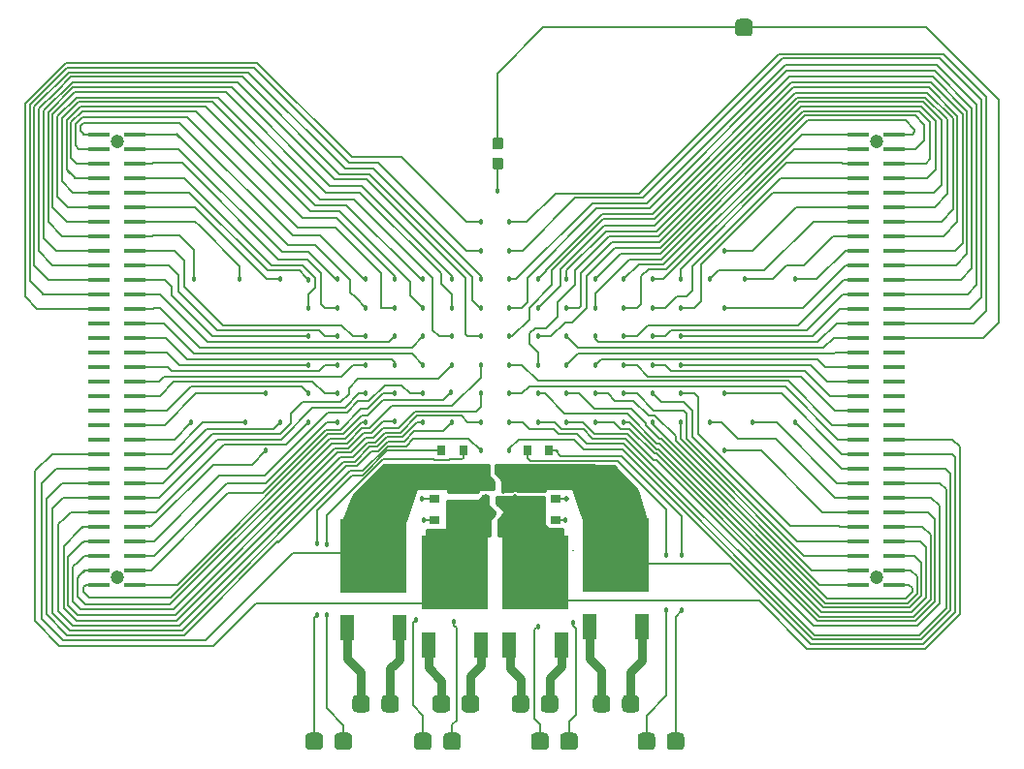
<source format=gbr>
G04 #@! TF.GenerationSoftware,KiCad,Pcbnew,5.1.5-52549c5~84~ubuntu18.04.1*
G04 #@! TF.CreationDate,2020-03-10T09:38:06-07:00*
G04 #@! TF.ProjectId,PD_ElectrodeBoard_v4,50445f45-6c65-4637-9472-6f6465426f61,4*
G04 #@! TF.SameCoordinates,Original*
G04 #@! TF.FileFunction,Copper,L2,Bot*
G04 #@! TF.FilePolarity,Positive*
%FSLAX46Y46*%
G04 Gerber Fmt 4.6, Leading zero omitted, Abs format (unit mm)*
G04 Created by KiCad (PCBNEW 5.1.5-52549c5~84~ubuntu18.04.1) date 2020-03-10 09:38:06*
%MOMM*%
%LPD*%
G04 APERTURE LIST*
%ADD10C,0.100000*%
%ADD11R,5.800000X6.400000*%
%ADD12R,1.200000X2.200000*%
%ADD13C,1.193800*%
%ADD14R,1.854200X0.457200*%
%ADD15R,0.900000X0.800000*%
%ADD16R,0.800000X0.900000*%
%ADD17C,0.457200*%
%ADD18C,0.460000*%
%ADD19C,0.150000*%
%ADD20C,0.750000*%
%ADD21C,0.254000*%
G04 APERTURE END LIST*
G04 #@! TA.AperFunction,SMDPad,CuDef*
D10*
G36*
X222168345Y-57239835D02*
G01*
X222205329Y-57245321D01*
X222241598Y-57254406D01*
X222276802Y-57267002D01*
X222310602Y-57282988D01*
X222342672Y-57302210D01*
X222372704Y-57324483D01*
X222400408Y-57349592D01*
X222425517Y-57377296D01*
X222447790Y-57407328D01*
X222467012Y-57439398D01*
X222482998Y-57473198D01*
X222495594Y-57508402D01*
X222504679Y-57544671D01*
X222510165Y-57581655D01*
X222512000Y-57619000D01*
X222512000Y-58381000D01*
X222510165Y-58418345D01*
X222504679Y-58455329D01*
X222495594Y-58491598D01*
X222482998Y-58526802D01*
X222467012Y-58560602D01*
X222447790Y-58592672D01*
X222425517Y-58622704D01*
X222400408Y-58650408D01*
X222372704Y-58675517D01*
X222342672Y-58697790D01*
X222310602Y-58717012D01*
X222276802Y-58732998D01*
X222241598Y-58745594D01*
X222205329Y-58754679D01*
X222168345Y-58760165D01*
X222131000Y-58762000D01*
X221369000Y-58762000D01*
X221331655Y-58760165D01*
X221294671Y-58754679D01*
X221258402Y-58745594D01*
X221223198Y-58732998D01*
X221189398Y-58717012D01*
X221157328Y-58697790D01*
X221127296Y-58675517D01*
X221099592Y-58650408D01*
X221074483Y-58622704D01*
X221052210Y-58592672D01*
X221032988Y-58560602D01*
X221017002Y-58526802D01*
X221004406Y-58491598D01*
X220995321Y-58455329D01*
X220989835Y-58418345D01*
X220988000Y-58381000D01*
X220988000Y-57619000D01*
X220989835Y-57581655D01*
X220995321Y-57544671D01*
X221004406Y-57508402D01*
X221017002Y-57473198D01*
X221032988Y-57439398D01*
X221052210Y-57407328D01*
X221074483Y-57377296D01*
X221099592Y-57349592D01*
X221127296Y-57324483D01*
X221157328Y-57302210D01*
X221189398Y-57282988D01*
X221223198Y-57267002D01*
X221258402Y-57254406D01*
X221294671Y-57245321D01*
X221331655Y-57239835D01*
X221369000Y-57238000D01*
X222131000Y-57238000D01*
X222168345Y-57239835D01*
G37*
G04 #@! TD.AperFunction*
D11*
X203525000Y-105650000D03*
D12*
X201245000Y-111950000D03*
X205805000Y-111950000D03*
G04 #@! TA.AperFunction,SMDPad,CuDef*
D10*
G36*
X206888345Y-119639835D02*
G01*
X206925329Y-119645321D01*
X206961598Y-119654406D01*
X206996802Y-119667002D01*
X207030602Y-119682988D01*
X207062672Y-119702210D01*
X207092704Y-119724483D01*
X207120408Y-119749592D01*
X207145517Y-119777296D01*
X207167790Y-119807328D01*
X207187012Y-119839398D01*
X207202998Y-119873198D01*
X207215594Y-119908402D01*
X207224679Y-119944671D01*
X207230165Y-119981655D01*
X207232000Y-120019000D01*
X207232000Y-120781000D01*
X207230165Y-120818345D01*
X207224679Y-120855329D01*
X207215594Y-120891598D01*
X207202998Y-120926802D01*
X207187012Y-120960602D01*
X207167790Y-120992672D01*
X207145517Y-121022704D01*
X207120408Y-121050408D01*
X207092704Y-121075517D01*
X207062672Y-121097790D01*
X207030602Y-121117012D01*
X206996802Y-121132998D01*
X206961598Y-121145594D01*
X206925329Y-121154679D01*
X206888345Y-121160165D01*
X206851000Y-121162000D01*
X206089000Y-121162000D01*
X206051655Y-121160165D01*
X206014671Y-121154679D01*
X205978402Y-121145594D01*
X205943198Y-121132998D01*
X205909398Y-121117012D01*
X205877328Y-121097790D01*
X205847296Y-121075517D01*
X205819592Y-121050408D01*
X205794483Y-121022704D01*
X205772210Y-120992672D01*
X205752988Y-120960602D01*
X205737002Y-120926802D01*
X205724406Y-120891598D01*
X205715321Y-120855329D01*
X205709835Y-120818345D01*
X205708000Y-120781000D01*
X205708000Y-120019000D01*
X205709835Y-119981655D01*
X205715321Y-119944671D01*
X205724406Y-119908402D01*
X205737002Y-119873198D01*
X205752988Y-119839398D01*
X205772210Y-119807328D01*
X205794483Y-119777296D01*
X205819592Y-119749592D01*
X205847296Y-119724483D01*
X205877328Y-119702210D01*
X205909398Y-119682988D01*
X205943198Y-119667002D01*
X205978402Y-119654406D01*
X206014671Y-119645321D01*
X206051655Y-119639835D01*
X206089000Y-119638000D01*
X206851000Y-119638000D01*
X206888345Y-119639835D01*
G37*
G04 #@! TD.AperFunction*
G04 #@! TA.AperFunction,SMDPad,CuDef*
G36*
X204348345Y-119639835D02*
G01*
X204385329Y-119645321D01*
X204421598Y-119654406D01*
X204456802Y-119667002D01*
X204490602Y-119682988D01*
X204522672Y-119702210D01*
X204552704Y-119724483D01*
X204580408Y-119749592D01*
X204605517Y-119777296D01*
X204627790Y-119807328D01*
X204647012Y-119839398D01*
X204662998Y-119873198D01*
X204675594Y-119908402D01*
X204684679Y-119944671D01*
X204690165Y-119981655D01*
X204692000Y-120019000D01*
X204692000Y-120781000D01*
X204690165Y-120818345D01*
X204684679Y-120855329D01*
X204675594Y-120891598D01*
X204662998Y-120926802D01*
X204647012Y-120960602D01*
X204627790Y-120992672D01*
X204605517Y-121022704D01*
X204580408Y-121050408D01*
X204552704Y-121075517D01*
X204522672Y-121097790D01*
X204490602Y-121117012D01*
X204456802Y-121132998D01*
X204421598Y-121145594D01*
X204385329Y-121154679D01*
X204348345Y-121160165D01*
X204311000Y-121162000D01*
X203549000Y-121162000D01*
X203511655Y-121160165D01*
X203474671Y-121154679D01*
X203438402Y-121145594D01*
X203403198Y-121132998D01*
X203369398Y-121117012D01*
X203337328Y-121097790D01*
X203307296Y-121075517D01*
X203279592Y-121050408D01*
X203254483Y-121022704D01*
X203232210Y-120992672D01*
X203212988Y-120960602D01*
X203197002Y-120926802D01*
X203184406Y-120891598D01*
X203175321Y-120855329D01*
X203169835Y-120818345D01*
X203168000Y-120781000D01*
X203168000Y-120019000D01*
X203169835Y-119981655D01*
X203175321Y-119944671D01*
X203184406Y-119908402D01*
X203197002Y-119873198D01*
X203212988Y-119839398D01*
X203232210Y-119807328D01*
X203254483Y-119777296D01*
X203279592Y-119749592D01*
X203307296Y-119724483D01*
X203337328Y-119702210D01*
X203369398Y-119682988D01*
X203403198Y-119667002D01*
X203438402Y-119654406D01*
X203474671Y-119645321D01*
X203511655Y-119639835D01*
X203549000Y-119638000D01*
X204311000Y-119638000D01*
X204348345Y-119639835D01*
G37*
G04 #@! TD.AperFunction*
G04 #@! TA.AperFunction,SMDPad,CuDef*
G36*
X196688345Y-119639835D02*
G01*
X196725329Y-119645321D01*
X196761598Y-119654406D01*
X196796802Y-119667002D01*
X196830602Y-119682988D01*
X196862672Y-119702210D01*
X196892704Y-119724483D01*
X196920408Y-119749592D01*
X196945517Y-119777296D01*
X196967790Y-119807328D01*
X196987012Y-119839398D01*
X197002998Y-119873198D01*
X197015594Y-119908402D01*
X197024679Y-119944671D01*
X197030165Y-119981655D01*
X197032000Y-120019000D01*
X197032000Y-120781000D01*
X197030165Y-120818345D01*
X197024679Y-120855329D01*
X197015594Y-120891598D01*
X197002998Y-120926802D01*
X196987012Y-120960602D01*
X196967790Y-120992672D01*
X196945517Y-121022704D01*
X196920408Y-121050408D01*
X196892704Y-121075517D01*
X196862672Y-121097790D01*
X196830602Y-121117012D01*
X196796802Y-121132998D01*
X196761598Y-121145594D01*
X196725329Y-121154679D01*
X196688345Y-121160165D01*
X196651000Y-121162000D01*
X195889000Y-121162000D01*
X195851655Y-121160165D01*
X195814671Y-121154679D01*
X195778402Y-121145594D01*
X195743198Y-121132998D01*
X195709398Y-121117012D01*
X195677328Y-121097790D01*
X195647296Y-121075517D01*
X195619592Y-121050408D01*
X195594483Y-121022704D01*
X195572210Y-120992672D01*
X195552988Y-120960602D01*
X195537002Y-120926802D01*
X195524406Y-120891598D01*
X195515321Y-120855329D01*
X195509835Y-120818345D01*
X195508000Y-120781000D01*
X195508000Y-120019000D01*
X195509835Y-119981655D01*
X195515321Y-119944671D01*
X195524406Y-119908402D01*
X195537002Y-119873198D01*
X195552988Y-119839398D01*
X195572210Y-119807328D01*
X195594483Y-119777296D01*
X195619592Y-119749592D01*
X195647296Y-119724483D01*
X195677328Y-119702210D01*
X195709398Y-119682988D01*
X195743198Y-119667002D01*
X195778402Y-119654406D01*
X195814671Y-119645321D01*
X195851655Y-119639835D01*
X195889000Y-119638000D01*
X196651000Y-119638000D01*
X196688345Y-119639835D01*
G37*
G04 #@! TD.AperFunction*
G04 #@! TA.AperFunction,SMDPad,CuDef*
G36*
X194148345Y-119639835D02*
G01*
X194185329Y-119645321D01*
X194221598Y-119654406D01*
X194256802Y-119667002D01*
X194290602Y-119682988D01*
X194322672Y-119702210D01*
X194352704Y-119724483D01*
X194380408Y-119749592D01*
X194405517Y-119777296D01*
X194427790Y-119807328D01*
X194447012Y-119839398D01*
X194462998Y-119873198D01*
X194475594Y-119908402D01*
X194484679Y-119944671D01*
X194490165Y-119981655D01*
X194492000Y-120019000D01*
X194492000Y-120781000D01*
X194490165Y-120818345D01*
X194484679Y-120855329D01*
X194475594Y-120891598D01*
X194462998Y-120926802D01*
X194447012Y-120960602D01*
X194427790Y-120992672D01*
X194405517Y-121022704D01*
X194380408Y-121050408D01*
X194352704Y-121075517D01*
X194322672Y-121097790D01*
X194290602Y-121117012D01*
X194256802Y-121132998D01*
X194221598Y-121145594D01*
X194185329Y-121154679D01*
X194148345Y-121160165D01*
X194111000Y-121162000D01*
X193349000Y-121162000D01*
X193311655Y-121160165D01*
X193274671Y-121154679D01*
X193238402Y-121145594D01*
X193203198Y-121132998D01*
X193169398Y-121117012D01*
X193137328Y-121097790D01*
X193107296Y-121075517D01*
X193079592Y-121050408D01*
X193054483Y-121022704D01*
X193032210Y-120992672D01*
X193012988Y-120960602D01*
X192997002Y-120926802D01*
X192984406Y-120891598D01*
X192975321Y-120855329D01*
X192969835Y-120818345D01*
X192968000Y-120781000D01*
X192968000Y-120019000D01*
X192969835Y-119981655D01*
X192975321Y-119944671D01*
X192984406Y-119908402D01*
X192997002Y-119873198D01*
X193012988Y-119839398D01*
X193032210Y-119807328D01*
X193054483Y-119777296D01*
X193079592Y-119749592D01*
X193107296Y-119724483D01*
X193137328Y-119702210D01*
X193169398Y-119682988D01*
X193203198Y-119667002D01*
X193238402Y-119654406D01*
X193274671Y-119645321D01*
X193311655Y-119639835D01*
X193349000Y-119638000D01*
X194111000Y-119638000D01*
X194148345Y-119639835D01*
G37*
G04 #@! TD.AperFunction*
G04 #@! TA.AperFunction,SMDPad,CuDef*
G36*
X216188345Y-119639835D02*
G01*
X216225329Y-119645321D01*
X216261598Y-119654406D01*
X216296802Y-119667002D01*
X216330602Y-119682988D01*
X216362672Y-119702210D01*
X216392704Y-119724483D01*
X216420408Y-119749592D01*
X216445517Y-119777296D01*
X216467790Y-119807328D01*
X216487012Y-119839398D01*
X216502998Y-119873198D01*
X216515594Y-119908402D01*
X216524679Y-119944671D01*
X216530165Y-119981655D01*
X216532000Y-120019000D01*
X216532000Y-120781000D01*
X216530165Y-120818345D01*
X216524679Y-120855329D01*
X216515594Y-120891598D01*
X216502998Y-120926802D01*
X216487012Y-120960602D01*
X216467790Y-120992672D01*
X216445517Y-121022704D01*
X216420408Y-121050408D01*
X216392704Y-121075517D01*
X216362672Y-121097790D01*
X216330602Y-121117012D01*
X216296802Y-121132998D01*
X216261598Y-121145594D01*
X216225329Y-121154679D01*
X216188345Y-121160165D01*
X216151000Y-121162000D01*
X215389000Y-121162000D01*
X215351655Y-121160165D01*
X215314671Y-121154679D01*
X215278402Y-121145594D01*
X215243198Y-121132998D01*
X215209398Y-121117012D01*
X215177328Y-121097790D01*
X215147296Y-121075517D01*
X215119592Y-121050408D01*
X215094483Y-121022704D01*
X215072210Y-120992672D01*
X215052988Y-120960602D01*
X215037002Y-120926802D01*
X215024406Y-120891598D01*
X215015321Y-120855329D01*
X215009835Y-120818345D01*
X215008000Y-120781000D01*
X215008000Y-120019000D01*
X215009835Y-119981655D01*
X215015321Y-119944671D01*
X215024406Y-119908402D01*
X215037002Y-119873198D01*
X215052988Y-119839398D01*
X215072210Y-119807328D01*
X215094483Y-119777296D01*
X215119592Y-119749592D01*
X215147296Y-119724483D01*
X215177328Y-119702210D01*
X215209398Y-119682988D01*
X215243198Y-119667002D01*
X215278402Y-119654406D01*
X215314671Y-119645321D01*
X215351655Y-119639835D01*
X215389000Y-119638000D01*
X216151000Y-119638000D01*
X216188345Y-119639835D01*
G37*
G04 #@! TD.AperFunction*
G04 #@! TA.AperFunction,SMDPad,CuDef*
G36*
X213648345Y-119639835D02*
G01*
X213685329Y-119645321D01*
X213721598Y-119654406D01*
X213756802Y-119667002D01*
X213790602Y-119682988D01*
X213822672Y-119702210D01*
X213852704Y-119724483D01*
X213880408Y-119749592D01*
X213905517Y-119777296D01*
X213927790Y-119807328D01*
X213947012Y-119839398D01*
X213962998Y-119873198D01*
X213975594Y-119908402D01*
X213984679Y-119944671D01*
X213990165Y-119981655D01*
X213992000Y-120019000D01*
X213992000Y-120781000D01*
X213990165Y-120818345D01*
X213984679Y-120855329D01*
X213975594Y-120891598D01*
X213962998Y-120926802D01*
X213947012Y-120960602D01*
X213927790Y-120992672D01*
X213905517Y-121022704D01*
X213880408Y-121050408D01*
X213852704Y-121075517D01*
X213822672Y-121097790D01*
X213790602Y-121117012D01*
X213756802Y-121132998D01*
X213721598Y-121145594D01*
X213685329Y-121154679D01*
X213648345Y-121160165D01*
X213611000Y-121162000D01*
X212849000Y-121162000D01*
X212811655Y-121160165D01*
X212774671Y-121154679D01*
X212738402Y-121145594D01*
X212703198Y-121132998D01*
X212669398Y-121117012D01*
X212637328Y-121097790D01*
X212607296Y-121075517D01*
X212579592Y-121050408D01*
X212554483Y-121022704D01*
X212532210Y-120992672D01*
X212512988Y-120960602D01*
X212497002Y-120926802D01*
X212484406Y-120891598D01*
X212475321Y-120855329D01*
X212469835Y-120818345D01*
X212468000Y-120781000D01*
X212468000Y-120019000D01*
X212469835Y-119981655D01*
X212475321Y-119944671D01*
X212484406Y-119908402D01*
X212497002Y-119873198D01*
X212512988Y-119839398D01*
X212532210Y-119807328D01*
X212554483Y-119777296D01*
X212579592Y-119749592D01*
X212607296Y-119724483D01*
X212637328Y-119702210D01*
X212669398Y-119682988D01*
X212703198Y-119667002D01*
X212738402Y-119654406D01*
X212774671Y-119645321D01*
X212811655Y-119639835D01*
X212849000Y-119638000D01*
X213611000Y-119638000D01*
X213648345Y-119639835D01*
G37*
G04 #@! TD.AperFunction*
G04 #@! TA.AperFunction,SMDPad,CuDef*
G36*
X187188345Y-119639835D02*
G01*
X187225329Y-119645321D01*
X187261598Y-119654406D01*
X187296802Y-119667002D01*
X187330602Y-119682988D01*
X187362672Y-119702210D01*
X187392704Y-119724483D01*
X187420408Y-119749592D01*
X187445517Y-119777296D01*
X187467790Y-119807328D01*
X187487012Y-119839398D01*
X187502998Y-119873198D01*
X187515594Y-119908402D01*
X187524679Y-119944671D01*
X187530165Y-119981655D01*
X187532000Y-120019000D01*
X187532000Y-120781000D01*
X187530165Y-120818345D01*
X187524679Y-120855329D01*
X187515594Y-120891598D01*
X187502998Y-120926802D01*
X187487012Y-120960602D01*
X187467790Y-120992672D01*
X187445517Y-121022704D01*
X187420408Y-121050408D01*
X187392704Y-121075517D01*
X187362672Y-121097790D01*
X187330602Y-121117012D01*
X187296802Y-121132998D01*
X187261598Y-121145594D01*
X187225329Y-121154679D01*
X187188345Y-121160165D01*
X187151000Y-121162000D01*
X186389000Y-121162000D01*
X186351655Y-121160165D01*
X186314671Y-121154679D01*
X186278402Y-121145594D01*
X186243198Y-121132998D01*
X186209398Y-121117012D01*
X186177328Y-121097790D01*
X186147296Y-121075517D01*
X186119592Y-121050408D01*
X186094483Y-121022704D01*
X186072210Y-120992672D01*
X186052988Y-120960602D01*
X186037002Y-120926802D01*
X186024406Y-120891598D01*
X186015321Y-120855329D01*
X186009835Y-120818345D01*
X186008000Y-120781000D01*
X186008000Y-120019000D01*
X186009835Y-119981655D01*
X186015321Y-119944671D01*
X186024406Y-119908402D01*
X186037002Y-119873198D01*
X186052988Y-119839398D01*
X186072210Y-119807328D01*
X186094483Y-119777296D01*
X186119592Y-119749592D01*
X186147296Y-119724483D01*
X186177328Y-119702210D01*
X186209398Y-119682988D01*
X186243198Y-119667002D01*
X186278402Y-119654406D01*
X186314671Y-119645321D01*
X186351655Y-119639835D01*
X186389000Y-119638000D01*
X187151000Y-119638000D01*
X187188345Y-119639835D01*
G37*
G04 #@! TD.AperFunction*
G04 #@! TA.AperFunction,SMDPad,CuDef*
G36*
X184648345Y-119639835D02*
G01*
X184685329Y-119645321D01*
X184721598Y-119654406D01*
X184756802Y-119667002D01*
X184790602Y-119682988D01*
X184822672Y-119702210D01*
X184852704Y-119724483D01*
X184880408Y-119749592D01*
X184905517Y-119777296D01*
X184927790Y-119807328D01*
X184947012Y-119839398D01*
X184962998Y-119873198D01*
X184975594Y-119908402D01*
X184984679Y-119944671D01*
X184990165Y-119981655D01*
X184992000Y-120019000D01*
X184992000Y-120781000D01*
X184990165Y-120818345D01*
X184984679Y-120855329D01*
X184975594Y-120891598D01*
X184962998Y-120926802D01*
X184947012Y-120960602D01*
X184927790Y-120992672D01*
X184905517Y-121022704D01*
X184880408Y-121050408D01*
X184852704Y-121075517D01*
X184822672Y-121097790D01*
X184790602Y-121117012D01*
X184756802Y-121132998D01*
X184721598Y-121145594D01*
X184685329Y-121154679D01*
X184648345Y-121160165D01*
X184611000Y-121162000D01*
X183849000Y-121162000D01*
X183811655Y-121160165D01*
X183774671Y-121154679D01*
X183738402Y-121145594D01*
X183703198Y-121132998D01*
X183669398Y-121117012D01*
X183637328Y-121097790D01*
X183607296Y-121075517D01*
X183579592Y-121050408D01*
X183554483Y-121022704D01*
X183532210Y-120992672D01*
X183512988Y-120960602D01*
X183497002Y-120926802D01*
X183484406Y-120891598D01*
X183475321Y-120855329D01*
X183469835Y-120818345D01*
X183468000Y-120781000D01*
X183468000Y-120019000D01*
X183469835Y-119981655D01*
X183475321Y-119944671D01*
X183484406Y-119908402D01*
X183497002Y-119873198D01*
X183512988Y-119839398D01*
X183532210Y-119807328D01*
X183554483Y-119777296D01*
X183579592Y-119749592D01*
X183607296Y-119724483D01*
X183637328Y-119702210D01*
X183669398Y-119682988D01*
X183703198Y-119667002D01*
X183738402Y-119654406D01*
X183774671Y-119645321D01*
X183811655Y-119639835D01*
X183849000Y-119638000D01*
X184611000Y-119638000D01*
X184648345Y-119639835D01*
G37*
G04 #@! TD.AperFunction*
G04 #@! TA.AperFunction,SMDPad,CuDef*
G36*
X202648345Y-116339835D02*
G01*
X202685329Y-116345321D01*
X202721598Y-116354406D01*
X202756802Y-116367002D01*
X202790602Y-116382988D01*
X202822672Y-116402210D01*
X202852704Y-116424483D01*
X202880408Y-116449592D01*
X202905517Y-116477296D01*
X202927790Y-116507328D01*
X202947012Y-116539398D01*
X202962998Y-116573198D01*
X202975594Y-116608402D01*
X202984679Y-116644671D01*
X202990165Y-116681655D01*
X202992000Y-116719000D01*
X202992000Y-117481000D01*
X202990165Y-117518345D01*
X202984679Y-117555329D01*
X202975594Y-117591598D01*
X202962998Y-117626802D01*
X202947012Y-117660602D01*
X202927790Y-117692672D01*
X202905517Y-117722704D01*
X202880408Y-117750408D01*
X202852704Y-117775517D01*
X202822672Y-117797790D01*
X202790602Y-117817012D01*
X202756802Y-117832998D01*
X202721598Y-117845594D01*
X202685329Y-117854679D01*
X202648345Y-117860165D01*
X202611000Y-117862000D01*
X201849000Y-117862000D01*
X201811655Y-117860165D01*
X201774671Y-117854679D01*
X201738402Y-117845594D01*
X201703198Y-117832998D01*
X201669398Y-117817012D01*
X201637328Y-117797790D01*
X201607296Y-117775517D01*
X201579592Y-117750408D01*
X201554483Y-117722704D01*
X201532210Y-117692672D01*
X201512988Y-117660602D01*
X201497002Y-117626802D01*
X201484406Y-117591598D01*
X201475321Y-117555329D01*
X201469835Y-117518345D01*
X201468000Y-117481000D01*
X201468000Y-116719000D01*
X201469835Y-116681655D01*
X201475321Y-116644671D01*
X201484406Y-116608402D01*
X201497002Y-116573198D01*
X201512988Y-116539398D01*
X201532210Y-116507328D01*
X201554483Y-116477296D01*
X201579592Y-116449592D01*
X201607296Y-116424483D01*
X201637328Y-116402210D01*
X201669398Y-116382988D01*
X201703198Y-116367002D01*
X201738402Y-116354406D01*
X201774671Y-116345321D01*
X201811655Y-116339835D01*
X201849000Y-116338000D01*
X202611000Y-116338000D01*
X202648345Y-116339835D01*
G37*
G04 #@! TD.AperFunction*
G04 #@! TA.AperFunction,SMDPad,CuDef*
G36*
X205188345Y-116339835D02*
G01*
X205225329Y-116345321D01*
X205261598Y-116354406D01*
X205296802Y-116367002D01*
X205330602Y-116382988D01*
X205362672Y-116402210D01*
X205392704Y-116424483D01*
X205420408Y-116449592D01*
X205445517Y-116477296D01*
X205467790Y-116507328D01*
X205487012Y-116539398D01*
X205502998Y-116573198D01*
X205515594Y-116608402D01*
X205524679Y-116644671D01*
X205530165Y-116681655D01*
X205532000Y-116719000D01*
X205532000Y-117481000D01*
X205530165Y-117518345D01*
X205524679Y-117555329D01*
X205515594Y-117591598D01*
X205502998Y-117626802D01*
X205487012Y-117660602D01*
X205467790Y-117692672D01*
X205445517Y-117722704D01*
X205420408Y-117750408D01*
X205392704Y-117775517D01*
X205362672Y-117797790D01*
X205330602Y-117817012D01*
X205296802Y-117832998D01*
X205261598Y-117845594D01*
X205225329Y-117854679D01*
X205188345Y-117860165D01*
X205151000Y-117862000D01*
X204389000Y-117862000D01*
X204351655Y-117860165D01*
X204314671Y-117854679D01*
X204278402Y-117845594D01*
X204243198Y-117832998D01*
X204209398Y-117817012D01*
X204177328Y-117797790D01*
X204147296Y-117775517D01*
X204119592Y-117750408D01*
X204094483Y-117722704D01*
X204072210Y-117692672D01*
X204052988Y-117660602D01*
X204037002Y-117626802D01*
X204024406Y-117591598D01*
X204015321Y-117555329D01*
X204009835Y-117518345D01*
X204008000Y-117481000D01*
X204008000Y-116719000D01*
X204009835Y-116681655D01*
X204015321Y-116644671D01*
X204024406Y-116608402D01*
X204037002Y-116573198D01*
X204052988Y-116539398D01*
X204072210Y-116507328D01*
X204094483Y-116477296D01*
X204119592Y-116449592D01*
X204147296Y-116424483D01*
X204177328Y-116402210D01*
X204209398Y-116382988D01*
X204243198Y-116367002D01*
X204278402Y-116354406D01*
X204314671Y-116345321D01*
X204351655Y-116339835D01*
X204389000Y-116338000D01*
X205151000Y-116338000D01*
X205188345Y-116339835D01*
G37*
G04 #@! TD.AperFunction*
G04 #@! TA.AperFunction,SMDPad,CuDef*
G36*
X195748345Y-116339835D02*
G01*
X195785329Y-116345321D01*
X195821598Y-116354406D01*
X195856802Y-116367002D01*
X195890602Y-116382988D01*
X195922672Y-116402210D01*
X195952704Y-116424483D01*
X195980408Y-116449592D01*
X196005517Y-116477296D01*
X196027790Y-116507328D01*
X196047012Y-116539398D01*
X196062998Y-116573198D01*
X196075594Y-116608402D01*
X196084679Y-116644671D01*
X196090165Y-116681655D01*
X196092000Y-116719000D01*
X196092000Y-117481000D01*
X196090165Y-117518345D01*
X196084679Y-117555329D01*
X196075594Y-117591598D01*
X196062998Y-117626802D01*
X196047012Y-117660602D01*
X196027790Y-117692672D01*
X196005517Y-117722704D01*
X195980408Y-117750408D01*
X195952704Y-117775517D01*
X195922672Y-117797790D01*
X195890602Y-117817012D01*
X195856802Y-117832998D01*
X195821598Y-117845594D01*
X195785329Y-117854679D01*
X195748345Y-117860165D01*
X195711000Y-117862000D01*
X194949000Y-117862000D01*
X194911655Y-117860165D01*
X194874671Y-117854679D01*
X194838402Y-117845594D01*
X194803198Y-117832998D01*
X194769398Y-117817012D01*
X194737328Y-117797790D01*
X194707296Y-117775517D01*
X194679592Y-117750408D01*
X194654483Y-117722704D01*
X194632210Y-117692672D01*
X194612988Y-117660602D01*
X194597002Y-117626802D01*
X194584406Y-117591598D01*
X194575321Y-117555329D01*
X194569835Y-117518345D01*
X194568000Y-117481000D01*
X194568000Y-116719000D01*
X194569835Y-116681655D01*
X194575321Y-116644671D01*
X194584406Y-116608402D01*
X194597002Y-116573198D01*
X194612988Y-116539398D01*
X194632210Y-116507328D01*
X194654483Y-116477296D01*
X194679592Y-116449592D01*
X194707296Y-116424483D01*
X194737328Y-116402210D01*
X194769398Y-116382988D01*
X194803198Y-116367002D01*
X194838402Y-116354406D01*
X194874671Y-116345321D01*
X194911655Y-116339835D01*
X194949000Y-116338000D01*
X195711000Y-116338000D01*
X195748345Y-116339835D01*
G37*
G04 #@! TD.AperFunction*
G04 #@! TA.AperFunction,SMDPad,CuDef*
G36*
X198288345Y-116339835D02*
G01*
X198325329Y-116345321D01*
X198361598Y-116354406D01*
X198396802Y-116367002D01*
X198430602Y-116382988D01*
X198462672Y-116402210D01*
X198492704Y-116424483D01*
X198520408Y-116449592D01*
X198545517Y-116477296D01*
X198567790Y-116507328D01*
X198587012Y-116539398D01*
X198602998Y-116573198D01*
X198615594Y-116608402D01*
X198624679Y-116644671D01*
X198630165Y-116681655D01*
X198632000Y-116719000D01*
X198632000Y-117481000D01*
X198630165Y-117518345D01*
X198624679Y-117555329D01*
X198615594Y-117591598D01*
X198602998Y-117626802D01*
X198587012Y-117660602D01*
X198567790Y-117692672D01*
X198545517Y-117722704D01*
X198520408Y-117750408D01*
X198492704Y-117775517D01*
X198462672Y-117797790D01*
X198430602Y-117817012D01*
X198396802Y-117832998D01*
X198361598Y-117845594D01*
X198325329Y-117854679D01*
X198288345Y-117860165D01*
X198251000Y-117862000D01*
X197489000Y-117862000D01*
X197451655Y-117860165D01*
X197414671Y-117854679D01*
X197378402Y-117845594D01*
X197343198Y-117832998D01*
X197309398Y-117817012D01*
X197277328Y-117797790D01*
X197247296Y-117775517D01*
X197219592Y-117750408D01*
X197194483Y-117722704D01*
X197172210Y-117692672D01*
X197152988Y-117660602D01*
X197137002Y-117626802D01*
X197124406Y-117591598D01*
X197115321Y-117555329D01*
X197109835Y-117518345D01*
X197108000Y-117481000D01*
X197108000Y-116719000D01*
X197109835Y-116681655D01*
X197115321Y-116644671D01*
X197124406Y-116608402D01*
X197137002Y-116573198D01*
X197152988Y-116539398D01*
X197172210Y-116507328D01*
X197194483Y-116477296D01*
X197219592Y-116449592D01*
X197247296Y-116424483D01*
X197277328Y-116402210D01*
X197309398Y-116382988D01*
X197343198Y-116367002D01*
X197378402Y-116354406D01*
X197414671Y-116345321D01*
X197451655Y-116339835D01*
X197489000Y-116338000D01*
X198251000Y-116338000D01*
X198288345Y-116339835D01*
G37*
G04 #@! TD.AperFunction*
G04 #@! TA.AperFunction,SMDPad,CuDef*
G36*
X209748345Y-116339835D02*
G01*
X209785329Y-116345321D01*
X209821598Y-116354406D01*
X209856802Y-116367002D01*
X209890602Y-116382988D01*
X209922672Y-116402210D01*
X209952704Y-116424483D01*
X209980408Y-116449592D01*
X210005517Y-116477296D01*
X210027790Y-116507328D01*
X210047012Y-116539398D01*
X210062998Y-116573198D01*
X210075594Y-116608402D01*
X210084679Y-116644671D01*
X210090165Y-116681655D01*
X210092000Y-116719000D01*
X210092000Y-117481000D01*
X210090165Y-117518345D01*
X210084679Y-117555329D01*
X210075594Y-117591598D01*
X210062998Y-117626802D01*
X210047012Y-117660602D01*
X210027790Y-117692672D01*
X210005517Y-117722704D01*
X209980408Y-117750408D01*
X209952704Y-117775517D01*
X209922672Y-117797790D01*
X209890602Y-117817012D01*
X209856802Y-117832998D01*
X209821598Y-117845594D01*
X209785329Y-117854679D01*
X209748345Y-117860165D01*
X209711000Y-117862000D01*
X208949000Y-117862000D01*
X208911655Y-117860165D01*
X208874671Y-117854679D01*
X208838402Y-117845594D01*
X208803198Y-117832998D01*
X208769398Y-117817012D01*
X208737328Y-117797790D01*
X208707296Y-117775517D01*
X208679592Y-117750408D01*
X208654483Y-117722704D01*
X208632210Y-117692672D01*
X208612988Y-117660602D01*
X208597002Y-117626802D01*
X208584406Y-117591598D01*
X208575321Y-117555329D01*
X208569835Y-117518345D01*
X208568000Y-117481000D01*
X208568000Y-116719000D01*
X208569835Y-116681655D01*
X208575321Y-116644671D01*
X208584406Y-116608402D01*
X208597002Y-116573198D01*
X208612988Y-116539398D01*
X208632210Y-116507328D01*
X208654483Y-116477296D01*
X208679592Y-116449592D01*
X208707296Y-116424483D01*
X208737328Y-116402210D01*
X208769398Y-116382988D01*
X208803198Y-116367002D01*
X208838402Y-116354406D01*
X208874671Y-116345321D01*
X208911655Y-116339835D01*
X208949000Y-116338000D01*
X209711000Y-116338000D01*
X209748345Y-116339835D01*
G37*
G04 #@! TD.AperFunction*
G04 #@! TA.AperFunction,SMDPad,CuDef*
G36*
X212288345Y-116339835D02*
G01*
X212325329Y-116345321D01*
X212361598Y-116354406D01*
X212396802Y-116367002D01*
X212430602Y-116382988D01*
X212462672Y-116402210D01*
X212492704Y-116424483D01*
X212520408Y-116449592D01*
X212545517Y-116477296D01*
X212567790Y-116507328D01*
X212587012Y-116539398D01*
X212602998Y-116573198D01*
X212615594Y-116608402D01*
X212624679Y-116644671D01*
X212630165Y-116681655D01*
X212632000Y-116719000D01*
X212632000Y-117481000D01*
X212630165Y-117518345D01*
X212624679Y-117555329D01*
X212615594Y-117591598D01*
X212602998Y-117626802D01*
X212587012Y-117660602D01*
X212567790Y-117692672D01*
X212545517Y-117722704D01*
X212520408Y-117750408D01*
X212492704Y-117775517D01*
X212462672Y-117797790D01*
X212430602Y-117817012D01*
X212396802Y-117832998D01*
X212361598Y-117845594D01*
X212325329Y-117854679D01*
X212288345Y-117860165D01*
X212251000Y-117862000D01*
X211489000Y-117862000D01*
X211451655Y-117860165D01*
X211414671Y-117854679D01*
X211378402Y-117845594D01*
X211343198Y-117832998D01*
X211309398Y-117817012D01*
X211277328Y-117797790D01*
X211247296Y-117775517D01*
X211219592Y-117750408D01*
X211194483Y-117722704D01*
X211172210Y-117692672D01*
X211152988Y-117660602D01*
X211137002Y-117626802D01*
X211124406Y-117591598D01*
X211115321Y-117555329D01*
X211109835Y-117518345D01*
X211108000Y-117481000D01*
X211108000Y-116719000D01*
X211109835Y-116681655D01*
X211115321Y-116644671D01*
X211124406Y-116608402D01*
X211137002Y-116573198D01*
X211152988Y-116539398D01*
X211172210Y-116507328D01*
X211194483Y-116477296D01*
X211219592Y-116449592D01*
X211247296Y-116424483D01*
X211277328Y-116402210D01*
X211309398Y-116382988D01*
X211343198Y-116367002D01*
X211378402Y-116354406D01*
X211414671Y-116345321D01*
X211451655Y-116339835D01*
X211489000Y-116338000D01*
X212251000Y-116338000D01*
X212288345Y-116339835D01*
G37*
G04 #@! TD.AperFunction*
G04 #@! TA.AperFunction,SMDPad,CuDef*
G36*
X188748345Y-116339835D02*
G01*
X188785329Y-116345321D01*
X188821598Y-116354406D01*
X188856802Y-116367002D01*
X188890602Y-116382988D01*
X188922672Y-116402210D01*
X188952704Y-116424483D01*
X188980408Y-116449592D01*
X189005517Y-116477296D01*
X189027790Y-116507328D01*
X189047012Y-116539398D01*
X189062998Y-116573198D01*
X189075594Y-116608402D01*
X189084679Y-116644671D01*
X189090165Y-116681655D01*
X189092000Y-116719000D01*
X189092000Y-117481000D01*
X189090165Y-117518345D01*
X189084679Y-117555329D01*
X189075594Y-117591598D01*
X189062998Y-117626802D01*
X189047012Y-117660602D01*
X189027790Y-117692672D01*
X189005517Y-117722704D01*
X188980408Y-117750408D01*
X188952704Y-117775517D01*
X188922672Y-117797790D01*
X188890602Y-117817012D01*
X188856802Y-117832998D01*
X188821598Y-117845594D01*
X188785329Y-117854679D01*
X188748345Y-117860165D01*
X188711000Y-117862000D01*
X187949000Y-117862000D01*
X187911655Y-117860165D01*
X187874671Y-117854679D01*
X187838402Y-117845594D01*
X187803198Y-117832998D01*
X187769398Y-117817012D01*
X187737328Y-117797790D01*
X187707296Y-117775517D01*
X187679592Y-117750408D01*
X187654483Y-117722704D01*
X187632210Y-117692672D01*
X187612988Y-117660602D01*
X187597002Y-117626802D01*
X187584406Y-117591598D01*
X187575321Y-117555329D01*
X187569835Y-117518345D01*
X187568000Y-117481000D01*
X187568000Y-116719000D01*
X187569835Y-116681655D01*
X187575321Y-116644671D01*
X187584406Y-116608402D01*
X187597002Y-116573198D01*
X187612988Y-116539398D01*
X187632210Y-116507328D01*
X187654483Y-116477296D01*
X187679592Y-116449592D01*
X187707296Y-116424483D01*
X187737328Y-116402210D01*
X187769398Y-116382988D01*
X187803198Y-116367002D01*
X187838402Y-116354406D01*
X187874671Y-116345321D01*
X187911655Y-116339835D01*
X187949000Y-116338000D01*
X188711000Y-116338000D01*
X188748345Y-116339835D01*
G37*
G04 #@! TD.AperFunction*
G04 #@! TA.AperFunction,SMDPad,CuDef*
G36*
X191288345Y-116339835D02*
G01*
X191325329Y-116345321D01*
X191361598Y-116354406D01*
X191396802Y-116367002D01*
X191430602Y-116382988D01*
X191462672Y-116402210D01*
X191492704Y-116424483D01*
X191520408Y-116449592D01*
X191545517Y-116477296D01*
X191567790Y-116507328D01*
X191587012Y-116539398D01*
X191602998Y-116573198D01*
X191615594Y-116608402D01*
X191624679Y-116644671D01*
X191630165Y-116681655D01*
X191632000Y-116719000D01*
X191632000Y-117481000D01*
X191630165Y-117518345D01*
X191624679Y-117555329D01*
X191615594Y-117591598D01*
X191602998Y-117626802D01*
X191587012Y-117660602D01*
X191567790Y-117692672D01*
X191545517Y-117722704D01*
X191520408Y-117750408D01*
X191492704Y-117775517D01*
X191462672Y-117797790D01*
X191430602Y-117817012D01*
X191396802Y-117832998D01*
X191361598Y-117845594D01*
X191325329Y-117854679D01*
X191288345Y-117860165D01*
X191251000Y-117862000D01*
X190489000Y-117862000D01*
X190451655Y-117860165D01*
X190414671Y-117854679D01*
X190378402Y-117845594D01*
X190343198Y-117832998D01*
X190309398Y-117817012D01*
X190277328Y-117797790D01*
X190247296Y-117775517D01*
X190219592Y-117750408D01*
X190194483Y-117722704D01*
X190172210Y-117692672D01*
X190152988Y-117660602D01*
X190137002Y-117626802D01*
X190124406Y-117591598D01*
X190115321Y-117555329D01*
X190109835Y-117518345D01*
X190108000Y-117481000D01*
X190108000Y-116719000D01*
X190109835Y-116681655D01*
X190115321Y-116644671D01*
X190124406Y-116608402D01*
X190137002Y-116573198D01*
X190152988Y-116539398D01*
X190172210Y-116507328D01*
X190194483Y-116477296D01*
X190219592Y-116449592D01*
X190247296Y-116424483D01*
X190277328Y-116402210D01*
X190309398Y-116382988D01*
X190343198Y-116367002D01*
X190378402Y-116354406D01*
X190414671Y-116345321D01*
X190451655Y-116339835D01*
X190489000Y-116338000D01*
X191251000Y-116338000D01*
X191288345Y-116339835D01*
G37*
G04 #@! TD.AperFunction*
G04 #@! TA.AperFunction,SMDPad,CuDef*
G36*
X200510779Y-69351144D02*
G01*
X200533834Y-69354563D01*
X200556443Y-69360227D01*
X200578387Y-69368079D01*
X200599457Y-69378044D01*
X200619448Y-69390026D01*
X200638168Y-69403910D01*
X200655438Y-69419562D01*
X200671090Y-69436832D01*
X200684974Y-69455552D01*
X200696956Y-69475543D01*
X200706921Y-69496613D01*
X200714773Y-69518557D01*
X200720437Y-69541166D01*
X200723856Y-69564221D01*
X200725000Y-69587500D01*
X200725000Y-70162500D01*
X200723856Y-70185779D01*
X200720437Y-70208834D01*
X200714773Y-70231443D01*
X200706921Y-70253387D01*
X200696956Y-70274457D01*
X200684974Y-70294448D01*
X200671090Y-70313168D01*
X200655438Y-70330438D01*
X200638168Y-70346090D01*
X200619448Y-70359974D01*
X200599457Y-70371956D01*
X200578387Y-70381921D01*
X200556443Y-70389773D01*
X200533834Y-70395437D01*
X200510779Y-70398856D01*
X200487500Y-70400000D01*
X200012500Y-70400000D01*
X199989221Y-70398856D01*
X199966166Y-70395437D01*
X199943557Y-70389773D01*
X199921613Y-70381921D01*
X199900543Y-70371956D01*
X199880552Y-70359974D01*
X199861832Y-70346090D01*
X199844562Y-70330438D01*
X199828910Y-70313168D01*
X199815026Y-70294448D01*
X199803044Y-70274457D01*
X199793079Y-70253387D01*
X199785227Y-70231443D01*
X199779563Y-70208834D01*
X199776144Y-70185779D01*
X199775000Y-70162500D01*
X199775000Y-69587500D01*
X199776144Y-69564221D01*
X199779563Y-69541166D01*
X199785227Y-69518557D01*
X199793079Y-69496613D01*
X199803044Y-69475543D01*
X199815026Y-69455552D01*
X199828910Y-69436832D01*
X199844562Y-69419562D01*
X199861832Y-69403910D01*
X199880552Y-69390026D01*
X199900543Y-69378044D01*
X199921613Y-69368079D01*
X199943557Y-69360227D01*
X199966166Y-69354563D01*
X199989221Y-69351144D01*
X200012500Y-69350000D01*
X200487500Y-69350000D01*
X200510779Y-69351144D01*
G37*
G04 #@! TD.AperFunction*
G04 #@! TA.AperFunction,SMDPad,CuDef*
G36*
X200510779Y-67601144D02*
G01*
X200533834Y-67604563D01*
X200556443Y-67610227D01*
X200578387Y-67618079D01*
X200599457Y-67628044D01*
X200619448Y-67640026D01*
X200638168Y-67653910D01*
X200655438Y-67669562D01*
X200671090Y-67686832D01*
X200684974Y-67705552D01*
X200696956Y-67725543D01*
X200706921Y-67746613D01*
X200714773Y-67768557D01*
X200720437Y-67791166D01*
X200723856Y-67814221D01*
X200725000Y-67837500D01*
X200725000Y-68412500D01*
X200723856Y-68435779D01*
X200720437Y-68458834D01*
X200714773Y-68481443D01*
X200706921Y-68503387D01*
X200696956Y-68524457D01*
X200684974Y-68544448D01*
X200671090Y-68563168D01*
X200655438Y-68580438D01*
X200638168Y-68596090D01*
X200619448Y-68609974D01*
X200599457Y-68621956D01*
X200578387Y-68631921D01*
X200556443Y-68639773D01*
X200533834Y-68645437D01*
X200510779Y-68648856D01*
X200487500Y-68650000D01*
X200012500Y-68650000D01*
X199989221Y-68648856D01*
X199966166Y-68645437D01*
X199943557Y-68639773D01*
X199921613Y-68631921D01*
X199900543Y-68621956D01*
X199880552Y-68609974D01*
X199861832Y-68596090D01*
X199844562Y-68580438D01*
X199828910Y-68563168D01*
X199815026Y-68544448D01*
X199803044Y-68524457D01*
X199793079Y-68503387D01*
X199785227Y-68481443D01*
X199779563Y-68458834D01*
X199776144Y-68435779D01*
X199775000Y-68412500D01*
X199775000Y-67837500D01*
X199776144Y-67814221D01*
X199779563Y-67791166D01*
X199785227Y-67768557D01*
X199793079Y-67746613D01*
X199803044Y-67725543D01*
X199815026Y-67705552D01*
X199828910Y-67686832D01*
X199844562Y-67669562D01*
X199861832Y-67653910D01*
X199880552Y-67640026D01*
X199900543Y-67628044D01*
X199921613Y-67618079D01*
X199943557Y-67610227D01*
X199966166Y-67604563D01*
X199989221Y-67601144D01*
X200012500Y-67600000D01*
X200487500Y-67600000D01*
X200510779Y-67601144D01*
G37*
G04 #@! TD.AperFunction*
D13*
X167000000Y-106050000D03*
X167000000Y-67950000D03*
D14*
X168587500Y-67315000D03*
X165412500Y-67315000D03*
X168587500Y-68585000D03*
X165412500Y-68585000D03*
X168587500Y-69855000D03*
X165412500Y-69855000D03*
X168587500Y-71125000D03*
X165412500Y-71125000D03*
X168587500Y-72395000D03*
X165412500Y-72395000D03*
X168587500Y-73665000D03*
X165412500Y-73665000D03*
X168587500Y-74935000D03*
X165412500Y-74935000D03*
X168587500Y-76205000D03*
X165412500Y-76205000D03*
X168587500Y-77475000D03*
X165412500Y-77475000D03*
X168587500Y-78745000D03*
X165412500Y-78745000D03*
X168587500Y-80015000D03*
X165412500Y-80015000D03*
X168587500Y-81285000D03*
X165412500Y-81285000D03*
X168587500Y-82555000D03*
X165412500Y-82555000D03*
X168587500Y-83825000D03*
X165412500Y-83825000D03*
X168587500Y-85095000D03*
X165412500Y-85095000D03*
X168587500Y-86365000D03*
X165412500Y-86365000D03*
X168587500Y-87635000D03*
X165412500Y-87635000D03*
X168587500Y-88905000D03*
X165412500Y-88905000D03*
X168587500Y-90175000D03*
X165412500Y-90175000D03*
X168587500Y-91445000D03*
X165412500Y-91445000D03*
X168587500Y-92715000D03*
X165412500Y-92715000D03*
X168587500Y-93985000D03*
X165412500Y-93985000D03*
X168587500Y-95255000D03*
X165412500Y-95255000D03*
X168587500Y-96525000D03*
X165412500Y-96525000D03*
X168587500Y-97795000D03*
X165412500Y-97795000D03*
X168587500Y-99065000D03*
X165412500Y-99065000D03*
X168587500Y-100335000D03*
X165412500Y-100335000D03*
X168587500Y-101605000D03*
X165412500Y-101605000D03*
X168587500Y-102875000D03*
X165412500Y-102875000D03*
X168587500Y-104145000D03*
X165412500Y-104145000D03*
X168587500Y-105415000D03*
X165412500Y-105415000D03*
X168587500Y-106685000D03*
X165412500Y-106685000D03*
D15*
X203300000Y-100100000D03*
X205300000Y-101050000D03*
X205300000Y-99150000D03*
X196700000Y-100100000D03*
X194700000Y-99150000D03*
X194700000Y-101050000D03*
D16*
X203800000Y-97000000D03*
X204750000Y-95000000D03*
X202850000Y-95000000D03*
X196300000Y-97000000D03*
X197250000Y-95000000D03*
X195350000Y-95000000D03*
D11*
X196475000Y-105650000D03*
D12*
X194195000Y-111950000D03*
X198755000Y-111950000D03*
D11*
X210575000Y-104100000D03*
D12*
X208295000Y-110400000D03*
X212855000Y-110400000D03*
D11*
X189400000Y-104150000D03*
D12*
X187120000Y-110450000D03*
X191680000Y-110450000D03*
D13*
X233300000Y-106050000D03*
X233300000Y-67950000D03*
D14*
X234887500Y-67315000D03*
X231712500Y-67315000D03*
X234887500Y-68585000D03*
X231712500Y-68585000D03*
X234887500Y-69855000D03*
X231712500Y-69855000D03*
X234887500Y-71125000D03*
X231712500Y-71125000D03*
X234887500Y-72395000D03*
X231712500Y-72395000D03*
X234887500Y-73665000D03*
X231712500Y-73665000D03*
X234887500Y-74935000D03*
X231712500Y-74935000D03*
X234887500Y-76205000D03*
X231712500Y-76205000D03*
X234887500Y-77475000D03*
X231712500Y-77475000D03*
X234887500Y-78745000D03*
X231712500Y-78745000D03*
X234887500Y-80015000D03*
X231712500Y-80015000D03*
X234887500Y-81285000D03*
X231712500Y-81285000D03*
X234887500Y-82555000D03*
X231712500Y-82555000D03*
X234887500Y-83825000D03*
X231712500Y-83825000D03*
X234887500Y-85095000D03*
X231712500Y-85095000D03*
X234887500Y-86365000D03*
X231712500Y-86365000D03*
X234887500Y-87635000D03*
X231712500Y-87635000D03*
X234887500Y-88905000D03*
X231712500Y-88905000D03*
X234887500Y-90175000D03*
X231712500Y-90175000D03*
X234887500Y-91445000D03*
X231712500Y-91445000D03*
X234887500Y-92715000D03*
X231712500Y-92715000D03*
X234887500Y-93985000D03*
X231712500Y-93985000D03*
X234887500Y-95255000D03*
X231712500Y-95255000D03*
X234887500Y-96525000D03*
X231712500Y-96525000D03*
X234887500Y-97795000D03*
X231712500Y-97795000D03*
X234887500Y-99065000D03*
X231712500Y-99065000D03*
X234887500Y-100335000D03*
X231712500Y-100335000D03*
X234887500Y-101605000D03*
X231712500Y-101605000D03*
X234887500Y-102875000D03*
X231712500Y-102875000D03*
X234887500Y-104145000D03*
X231712500Y-104145000D03*
X234887500Y-105415000D03*
X231712500Y-105415000D03*
X234887500Y-106685000D03*
X231712500Y-106685000D03*
D17*
X188750000Y-87500000D03*
X186250000Y-90000000D03*
X183750000Y-90000000D03*
X180000000Y-90000000D03*
X211250000Y-80000000D03*
X211250000Y-82500000D03*
X208750000Y-82500000D03*
X213750000Y-80000000D03*
X208750000Y-80000000D03*
X216250000Y-80000000D03*
X203750000Y-85000000D03*
X213750000Y-82500000D03*
X206250000Y-82500000D03*
X216250000Y-82500000D03*
X203750000Y-87500000D03*
X220000000Y-77500000D03*
X206253610Y-80000000D03*
X218750000Y-80000000D03*
X203766462Y-82516462D03*
X221800000Y-80000000D03*
X201250000Y-85000000D03*
X226250000Y-80000000D03*
X203750000Y-80000000D03*
X220000000Y-82500000D03*
X201250000Y-82500000D03*
X211250000Y-85000000D03*
X201250000Y-80000000D03*
X213750000Y-85000000D03*
X201250000Y-77500000D03*
X216250000Y-85000000D03*
X201250000Y-75000000D03*
X208750000Y-85000000D03*
X206250000Y-85000000D03*
X206250000Y-87500000D03*
X208750000Y-87500000D03*
X216250000Y-87500000D03*
X213750000Y-87500000D03*
X211250000Y-87500000D03*
X201250000Y-87500000D03*
X200250000Y-99500000D03*
X201750000Y-99000000D03*
X202250000Y-99500000D03*
X202250000Y-100000000D03*
X202250000Y-100500000D03*
X202250000Y-101000000D03*
X200750000Y-100750000D03*
X201750000Y-101000000D03*
X201250000Y-101000000D03*
X201250000Y-100500000D03*
X201750000Y-100500000D03*
X201750000Y-100000000D03*
X201750000Y-99500000D03*
X201250000Y-99500000D03*
X200750000Y-100000000D03*
X201250000Y-100000000D03*
X201250000Y-90000000D03*
X200250000Y-97000000D03*
X200750000Y-97500000D03*
X200750000Y-98500000D03*
X201250000Y-98000000D03*
X202250000Y-98000000D03*
X201750000Y-96500000D03*
X202250000Y-97000000D03*
X202250000Y-97500000D03*
X201750000Y-97500000D03*
X201750000Y-97000000D03*
X201250000Y-97000000D03*
X201250000Y-97500000D03*
X220000000Y-90000000D03*
X201250000Y-95000000D03*
X226250000Y-92500000D03*
X201250000Y-92500000D03*
X222500000Y-92500000D03*
X203750000Y-92500000D03*
X218750000Y-92500000D03*
X206250000Y-92500000D03*
X220000000Y-95000000D03*
X208750000Y-92500000D03*
X216250000Y-90000000D03*
X211250000Y-92500000D03*
X213750000Y-90000000D03*
X203750000Y-90000000D03*
X211250000Y-90000000D03*
X206250000Y-90000000D03*
X216196390Y-92500000D03*
X213750000Y-92500000D03*
X208750000Y-90000000D03*
X188750000Y-82500000D03*
X188750000Y-80000000D03*
X186250000Y-80000000D03*
X191250000Y-82500000D03*
X186250000Y-82500000D03*
X191250000Y-80000000D03*
X183750000Y-82500000D03*
X193750000Y-82500000D03*
X183733538Y-80016462D03*
X193750000Y-80000000D03*
X181250000Y-80000000D03*
X196250000Y-85000000D03*
X177750000Y-80000000D03*
X196250000Y-82500000D03*
X173750000Y-80000000D03*
X196250000Y-80000000D03*
X188750000Y-85000000D03*
X198750000Y-85000000D03*
X186250000Y-85000000D03*
X198750000Y-82500000D03*
X183750000Y-85000000D03*
X198750000Y-80000000D03*
X191250000Y-85000000D03*
X198750000Y-77500000D03*
X193750000Y-85000000D03*
X198750000Y-75000000D03*
X193750000Y-87500000D03*
X191250000Y-87500000D03*
X183750000Y-87500000D03*
X186250000Y-87500000D03*
X173500000Y-92500000D03*
X178250000Y-92500000D03*
X197750000Y-100500000D03*
X197750000Y-100000000D03*
X197750000Y-101000000D03*
X199250000Y-99000000D03*
X198000000Y-99500000D03*
X199750000Y-100500000D03*
X199250000Y-100000000D03*
X199250000Y-100500000D03*
X199250000Y-101000000D03*
X198750000Y-101000000D03*
X198250000Y-101000000D03*
X198750000Y-99500000D03*
X198250000Y-100000000D03*
X198250000Y-100500000D03*
X198750000Y-100500000D03*
X198750000Y-100000000D03*
X181250000Y-92500000D03*
X198250000Y-98500000D03*
X197750000Y-98000000D03*
X198250000Y-98000000D03*
X198750000Y-98000000D03*
X199750000Y-98000000D03*
X199250000Y-96500000D03*
X198750000Y-97000000D03*
X197750000Y-97000000D03*
X197750000Y-97500000D03*
X198250000Y-97500000D03*
X199250000Y-97500000D03*
X198750000Y-97500000D03*
X196250000Y-87500000D03*
X198750000Y-95000000D03*
X188750000Y-90000000D03*
X196250000Y-92503610D03*
X183746390Y-92500000D03*
X193750000Y-92503610D03*
X180000000Y-95000000D03*
X198750000Y-92500000D03*
X193750000Y-90000000D03*
X198750000Y-90000000D03*
X186250000Y-92496390D03*
X191249991Y-92446335D03*
X191250000Y-90000000D03*
X198750000Y-87500000D03*
X196160903Y-89910903D03*
X188750000Y-92491302D03*
X185300000Y-103150000D03*
X185300000Y-109350000D03*
X184500000Y-103100000D03*
X184500000Y-109350000D03*
X216300000Y-104100000D03*
X216300000Y-108950000D03*
X215000000Y-104100000D03*
X215000000Y-108950000D03*
X193650000Y-99150000D03*
X196450000Y-109950000D03*
X193800000Y-101050000D03*
X193150000Y-109750000D03*
X206150000Y-101050000D03*
X206850000Y-110000000D03*
D18*
X206200000Y-99150000D03*
D17*
X203750000Y-110350000D03*
X200250000Y-72250000D03*
D19*
X188750000Y-87500000D02*
X187617437Y-87500000D01*
X187617437Y-87500000D02*
X186617437Y-88500000D01*
X179900000Y-88500000D02*
X179750000Y-88500000D01*
X186617437Y-88500000D02*
X179900000Y-88500000D01*
X170245000Y-88905000D02*
X168587500Y-88905000D01*
X170695000Y-88905000D02*
X170245000Y-88905000D01*
X179900000Y-88500000D02*
X171100000Y-88500000D01*
X171100000Y-88500000D02*
X170695000Y-88905000D01*
X170175000Y-90175000D02*
X168587500Y-90175000D01*
X171950000Y-88950000D02*
X170725000Y-90175000D01*
X184067437Y-88950000D02*
X171950000Y-88950000D01*
X170725000Y-90175000D02*
X170175000Y-90175000D01*
X186250000Y-90000000D02*
X185117437Y-90000000D01*
X185117437Y-90000000D02*
X184067437Y-88950000D01*
X173450000Y-89400000D02*
X171400000Y-91450000D01*
X171400000Y-91450000D02*
X170100000Y-91450000D01*
X183750000Y-90000000D02*
X183150000Y-89400000D01*
X183150000Y-89400000D02*
X173450000Y-89400000D01*
X170095000Y-91445000D02*
X168587500Y-91445000D01*
X170100000Y-91450000D02*
X170095000Y-91445000D01*
X170285000Y-92715000D02*
X168587500Y-92715000D01*
X171185000Y-92715000D02*
X170285000Y-92715000D01*
X180000000Y-90000000D02*
X173900000Y-90000000D01*
X173900000Y-90000000D02*
X171185000Y-92715000D01*
X227299989Y-66100011D02*
X235850011Y-66100011D01*
X212550011Y-78699989D02*
X214700011Y-78699989D01*
X211250000Y-80000000D02*
X212550011Y-78699989D01*
X214700011Y-78699989D02*
X227299989Y-66100011D01*
X236650000Y-66900000D02*
X236650000Y-67100000D01*
X235850011Y-66100011D02*
X236650000Y-66900000D01*
X236435000Y-67315000D02*
X234887500Y-67315000D01*
X236650000Y-67100000D02*
X236435000Y-67315000D01*
X226785000Y-67315000D02*
X230585000Y-67315000D01*
X212382563Y-82500000D02*
X212750000Y-82132563D01*
X213400000Y-79100000D02*
X215000000Y-79100000D01*
X230585000Y-67315000D02*
X231712500Y-67315000D01*
X211250000Y-82500000D02*
X212382563Y-82500000D01*
X212750000Y-82132563D02*
X212750000Y-79750000D01*
X212750000Y-79750000D02*
X213400000Y-79100000D01*
X215000000Y-79100000D02*
X226785000Y-67315000D01*
X227097100Y-65700000D02*
X236700000Y-65700000D01*
X208750000Y-81250000D02*
X211750000Y-78250000D01*
X214547100Y-78250000D02*
X227097100Y-65700000D01*
X236700000Y-65700000D02*
X237500000Y-66500000D01*
X211750000Y-78250000D02*
X214547100Y-78250000D01*
X208750000Y-82500000D02*
X208750000Y-81250000D01*
X237500000Y-66500000D02*
X237500000Y-67850000D01*
X236715000Y-68585000D02*
X234887500Y-68585000D01*
X237450000Y-67850000D02*
X236715000Y-68585000D01*
X226115000Y-68585000D02*
X230565000Y-68585000D01*
X213750000Y-80000000D02*
X214700000Y-80000000D01*
X230565000Y-68585000D02*
X231712500Y-68585000D01*
X214700000Y-80000000D02*
X226115000Y-68585000D01*
X237050000Y-65300000D02*
X238000000Y-66250000D01*
X226931400Y-65300000D02*
X237050000Y-65300000D01*
X214481400Y-77750000D02*
X226931400Y-65300000D01*
X208750000Y-80000000D02*
X211000000Y-77750000D01*
X211000000Y-77750000D02*
X214481400Y-77750000D01*
X238000000Y-68950000D02*
X238000000Y-69500000D01*
X238000000Y-66250000D02*
X238000000Y-68950000D01*
X237645000Y-69855000D02*
X234887500Y-69855000D01*
X238000000Y-69500000D02*
X237645000Y-69855000D01*
X225500000Y-69850000D02*
X230350000Y-69850000D01*
X216250000Y-80000000D02*
X216250000Y-79100000D01*
X216250000Y-79100000D02*
X225500000Y-69850000D01*
X230355000Y-69855000D02*
X231712500Y-69855000D01*
X230350000Y-69850000D02*
X230355000Y-69855000D01*
X237215700Y-64900000D02*
X238500000Y-66184300D01*
X226765700Y-64900000D02*
X237215700Y-64900000D01*
X214415700Y-77250000D02*
X226765700Y-64900000D01*
X206750000Y-83750000D02*
X208000000Y-82500000D01*
X210500000Y-77250000D02*
X214415700Y-77250000D01*
X203750000Y-85000000D02*
X204882563Y-85000000D01*
X204882563Y-85000000D02*
X206132563Y-83750000D01*
X206132563Y-83750000D02*
X206750000Y-83750000D01*
X208000000Y-82500000D02*
X208000000Y-79750000D01*
X208000000Y-79750000D02*
X210500000Y-77250000D01*
X238500000Y-70200000D02*
X238500000Y-70400000D01*
X238500000Y-66184300D02*
X238500000Y-70200000D01*
X237775000Y-71125000D02*
X234887500Y-71125000D01*
X238500000Y-70400000D02*
X237775000Y-71125000D01*
X230475000Y-71125000D02*
X231712500Y-71125000D01*
X224975000Y-71125000D02*
X230475000Y-71125000D01*
X214882563Y-82500000D02*
X215882563Y-81500000D01*
X213750000Y-82500000D02*
X214882563Y-82500000D01*
X215882563Y-81500000D02*
X216750000Y-81500000D01*
X216750000Y-81500000D02*
X217250000Y-81000000D01*
X217250000Y-81000000D02*
X217250000Y-78850000D01*
X217250000Y-78850000D02*
X224975000Y-71125000D01*
X226600000Y-64500000D02*
X237381400Y-64500000D01*
X207382563Y-82500000D02*
X207500000Y-82382563D01*
X206250000Y-82500000D02*
X207382563Y-82500000D01*
X207500000Y-82382563D02*
X207500000Y-79500000D01*
X207500000Y-79500000D02*
X210250000Y-76750000D01*
X210250000Y-76750000D02*
X214350000Y-76750000D01*
X237381400Y-64500000D02*
X239000000Y-66118600D01*
X214350000Y-76750000D02*
X226600000Y-64500000D01*
X239000000Y-71500000D02*
X239000000Y-71750000D01*
X239000000Y-66118600D02*
X239000000Y-71500000D01*
X238355000Y-72395000D02*
X234887500Y-72395000D01*
X239000000Y-71750000D02*
X238355000Y-72395000D01*
X230605000Y-72395000D02*
X231712500Y-72395000D01*
X224270700Y-72395000D02*
X230605000Y-72395000D01*
X218000000Y-78665700D02*
X224270700Y-72395000D01*
X216250000Y-82500000D02*
X217445050Y-82500000D01*
X218000000Y-81945050D02*
X218000000Y-78665700D01*
X217445050Y-82500000D02*
X218000000Y-81945050D01*
X237600000Y-64100000D02*
X239500000Y-66000000D01*
X214250000Y-76250000D02*
X226400000Y-64100000D01*
X207000000Y-80500000D02*
X207000000Y-79250000D01*
X205500000Y-82000000D02*
X207000000Y-80500000D01*
X226400000Y-64100000D02*
X237600000Y-64100000D01*
X205500000Y-83250000D02*
X205500000Y-82000000D01*
X210000000Y-76250000D02*
X214250000Y-76250000D01*
X207000000Y-79250000D02*
X210000000Y-76250000D01*
X203750000Y-86367437D02*
X203000000Y-85617437D01*
X203750000Y-87500000D02*
X203750000Y-86367437D01*
X203000000Y-85617437D02*
X203000000Y-84750000D01*
X203000000Y-84750000D02*
X203500000Y-84250000D01*
X203500000Y-84250000D02*
X204500000Y-84250000D01*
X204500000Y-84250000D02*
X205500000Y-83250000D01*
X239500000Y-72550000D02*
X238385000Y-73665000D01*
X238385000Y-73665000D02*
X234887500Y-73665000D01*
X239500000Y-66000000D02*
X239500000Y-72550000D01*
X220000000Y-77500000D02*
X220000000Y-77500000D01*
X222500000Y-77500000D02*
X220000000Y-77500000D01*
X231712500Y-73665000D02*
X226335000Y-73665000D01*
X226335000Y-73665000D02*
X222500000Y-77500000D01*
X240000000Y-73900000D02*
X238965000Y-74935000D01*
X240000000Y-65934300D02*
X240000000Y-73900000D01*
X206253610Y-79246390D02*
X209700000Y-75800000D01*
X206253610Y-80000000D02*
X206253610Y-79246390D01*
X209700000Y-75800000D02*
X214100000Y-75800000D01*
X238965000Y-74935000D02*
X234887500Y-74935000D01*
X214100000Y-75800000D02*
X226200000Y-63700000D01*
X226200000Y-63700000D02*
X237765700Y-63700000D01*
X237765700Y-63700000D02*
X240000000Y-65934300D01*
X231712500Y-74935000D02*
X227815000Y-74935000D01*
X227815000Y-74935000D02*
X223500000Y-79250000D01*
X223500000Y-79250000D02*
X219500000Y-79250000D01*
X219500000Y-79250000D02*
X218750000Y-80000000D01*
X218750000Y-80000000D02*
X218750000Y-80000000D01*
X239195000Y-76205000D02*
X234887500Y-76205000D01*
X240400000Y-65750000D02*
X240400000Y-75000000D01*
X237900000Y-63250000D02*
X240400000Y-65750000D01*
X205700000Y-80582924D02*
X205700000Y-79150000D01*
X205700000Y-79150000D02*
X209550000Y-75300000D01*
X203766462Y-82516462D02*
X205700000Y-80582924D01*
X213965700Y-75300000D02*
X226015700Y-63250000D01*
X240400000Y-75000000D02*
X239195000Y-76205000D01*
X209550000Y-75300000D02*
X213965700Y-75300000D01*
X226015700Y-63250000D02*
X237900000Y-63250000D01*
X231712500Y-76205000D02*
X229545000Y-76205000D01*
X229545000Y-76205000D02*
X227000000Y-78750000D01*
X227000000Y-78750000D02*
X225500000Y-78750000D01*
X225500000Y-78750000D02*
X224250000Y-80000000D01*
X224250000Y-80000000D02*
X221800000Y-80000000D01*
X221800000Y-80000000D02*
X221750000Y-80000000D01*
X240850000Y-75600000D02*
X240850000Y-76060638D01*
X240850000Y-65600000D02*
X240850000Y-75600000D01*
X238050000Y-62800000D02*
X240850000Y-65600000D01*
X225900000Y-62800000D02*
X238050000Y-62800000D01*
X213950000Y-74750000D02*
X225900000Y-62800000D01*
X209500000Y-74750000D02*
X213950000Y-74750000D01*
X201500000Y-85000000D02*
X203000000Y-83500000D01*
X203000000Y-82500000D02*
X205000000Y-80500000D01*
X205000000Y-80500000D02*
X205000000Y-79250000D01*
X203000000Y-83500000D02*
X203000000Y-82500000D01*
X201250000Y-85000000D02*
X201500000Y-85000000D01*
X205000000Y-79250000D02*
X209500000Y-74750000D01*
X240850000Y-76250000D02*
X240850000Y-76850000D01*
X240850000Y-75600000D02*
X240850000Y-76250000D01*
X240225000Y-77475000D02*
X234887500Y-77475000D01*
X240850000Y-76850000D02*
X240225000Y-77475000D01*
X230635400Y-77475000D02*
X228110400Y-80000000D01*
X231712500Y-77475000D02*
X230635400Y-77475000D01*
X228110400Y-80000000D02*
X226250000Y-80000000D01*
X226250000Y-80000000D02*
X226250000Y-80000000D01*
X238250000Y-62300000D02*
X241250000Y-65300000D01*
X204450000Y-79300000D02*
X204450000Y-79200000D01*
X203750000Y-80000000D02*
X204450000Y-79300000D01*
X204450000Y-79200000D02*
X209350000Y-74300000D01*
X209350000Y-74300000D02*
X213750000Y-74300000D01*
X213750000Y-74300000D02*
X225750000Y-62300000D01*
X225750000Y-62300000D02*
X238250000Y-62300000D01*
X241250000Y-77350000D02*
X241250000Y-77800000D01*
X241250000Y-65300000D02*
X241250000Y-77350000D01*
X240305000Y-78745000D02*
X234887500Y-78745000D01*
X241250000Y-77800000D02*
X240305000Y-78745000D01*
X230635400Y-78745000D02*
X226880400Y-82500000D01*
X231712500Y-78745000D02*
X230635400Y-78745000D01*
X226880400Y-82500000D02*
X220000000Y-82500000D01*
X220000000Y-82500000D02*
X220000000Y-82500000D01*
X238400000Y-61800000D02*
X241650000Y-65050000D01*
X241650000Y-65050000D02*
X241650000Y-79050000D01*
X225500000Y-61800000D02*
X238400000Y-61800000D01*
X201250000Y-82500000D02*
X202382563Y-82500000D01*
X202382563Y-82500000D02*
X202850000Y-82032563D01*
X202850000Y-82032563D02*
X202850000Y-79850000D01*
X202850000Y-79850000D02*
X208900000Y-73800000D01*
X240685000Y-80015000D02*
X234887500Y-80015000D01*
X208900000Y-73800000D02*
X213500000Y-73800000D01*
X241650000Y-79050000D02*
X240685000Y-80015000D01*
X213500000Y-73800000D02*
X225500000Y-61800000D01*
X230485000Y-80015000D02*
X231712500Y-80015000D01*
X226500000Y-84000000D02*
X230485000Y-80015000D01*
X213382563Y-84000000D02*
X226500000Y-84000000D01*
X211250000Y-85000000D02*
X212382563Y-85000000D01*
X212382563Y-85000000D02*
X213382563Y-84000000D01*
X242050000Y-64700000D02*
X242050000Y-71800000D01*
X201850000Y-80000000D02*
X208500000Y-73350000D01*
X201250000Y-80000000D02*
X201850000Y-80000000D01*
X208500000Y-73350000D02*
X213300000Y-73350000D01*
X213300000Y-73350000D02*
X225400000Y-61250000D01*
X225400000Y-61250000D02*
X238600000Y-61250000D01*
X238600000Y-61250000D02*
X242050000Y-64700000D01*
X242050000Y-79300000D02*
X242050000Y-80500000D01*
X242050000Y-71800000D02*
X242050000Y-79300000D01*
X241265000Y-81285000D02*
X234887500Y-81285000D01*
X242050000Y-80500000D02*
X241265000Y-81285000D01*
X230515000Y-81285000D02*
X231712500Y-81285000D01*
X214882563Y-85000000D02*
X215382563Y-84500000D01*
X213750000Y-85000000D02*
X214882563Y-85000000D01*
X215382563Y-84500000D02*
X227200000Y-84500000D01*
X230400000Y-81300000D02*
X230500000Y-81300000D01*
X230500000Y-81300000D02*
X230515000Y-81285000D01*
X227200000Y-84500000D02*
X230400000Y-81300000D01*
X202445050Y-77500000D02*
X207045050Y-72900000D01*
X201250000Y-77500000D02*
X202445050Y-77500000D01*
X242500000Y-64350000D02*
X242500000Y-68100000D01*
X207045050Y-72900000D02*
X212950000Y-72900000D01*
X225150000Y-60700000D02*
X238850000Y-60700000D01*
X212950000Y-72900000D02*
X225150000Y-60700000D01*
X238850000Y-60700000D02*
X242500000Y-64350000D01*
X242500000Y-80950000D02*
X242500000Y-81550000D01*
X242500000Y-68100000D02*
X242500000Y-80950000D01*
X241495000Y-82555000D02*
X234887500Y-82555000D01*
X242500000Y-81550000D02*
X241495000Y-82555000D01*
X230205000Y-82555000D02*
X231712500Y-82555000D01*
X230200000Y-82550000D02*
X230205000Y-82555000D01*
X216250000Y-85000000D02*
X227750000Y-85000000D01*
X227750000Y-85000000D02*
X230200000Y-82550000D01*
X202800000Y-75000000D02*
X205300000Y-72500000D01*
X201250000Y-75000000D02*
X202800000Y-75000000D01*
X224800000Y-60300000D02*
X239150000Y-60300000D01*
X205300000Y-72500000D02*
X212600000Y-72500000D01*
X212600000Y-72500000D02*
X224800000Y-60300000D01*
X239150000Y-60300000D02*
X242900011Y-64050011D01*
X242900011Y-82100011D02*
X242900011Y-82749989D01*
X242900011Y-64050011D02*
X242900011Y-82100011D01*
X241825000Y-83825000D02*
X234887500Y-83825000D01*
X242900011Y-82749989D02*
X241825000Y-83825000D01*
X230225000Y-83825000D02*
X231712500Y-83825000D01*
X229875000Y-83825000D02*
X230225000Y-83825000D01*
X228200000Y-85500000D02*
X229875000Y-83825000D01*
X209000000Y-85500000D02*
X228200000Y-85500000D01*
X208750000Y-85000000D02*
X208750000Y-85250000D01*
X208750000Y-85250000D02*
X209000000Y-85500000D01*
X200250000Y-68125000D02*
X200250000Y-62000000D01*
X204250000Y-58000000D02*
X221750000Y-58000000D01*
X200250000Y-62000000D02*
X204250000Y-58000000D01*
X237650000Y-58000000D02*
X221750000Y-58000000D01*
X244000000Y-64350000D02*
X237650000Y-58000000D01*
X244000000Y-83750000D02*
X244000000Y-64350000D01*
X234887500Y-85095000D02*
X242655000Y-85095000D01*
X242655000Y-85095000D02*
X244000000Y-83750000D01*
X206250000Y-85000000D02*
X207250000Y-86000000D01*
X207250000Y-86000000D02*
X208750000Y-86000000D01*
X208750000Y-86000000D02*
X220250000Y-86000000D01*
X227350000Y-86000000D02*
X227650000Y-86000000D01*
X220250000Y-86000000D02*
X227350000Y-86000000D01*
X230155000Y-85095000D02*
X231712500Y-85095000D01*
X229605000Y-85095000D02*
X230155000Y-85095000D01*
X227350000Y-86000000D02*
X228700000Y-86000000D01*
X228700000Y-86000000D02*
X229605000Y-85095000D01*
X206250000Y-87500000D02*
X206750000Y-87000000D01*
X206750000Y-87000000D02*
X207250000Y-86500000D01*
X207250000Y-86500000D02*
X220250000Y-86500000D01*
X226550000Y-86500000D02*
X228150000Y-86500000D01*
X220250000Y-86500000D02*
X226550000Y-86500000D01*
X229650000Y-86500000D02*
X226550000Y-86500000D01*
X231712500Y-86365000D02*
X229785000Y-86365000D01*
X229785000Y-86365000D02*
X229650000Y-86500000D01*
X228835000Y-87635000D02*
X231712500Y-87635000D01*
X228200000Y-87000000D02*
X228835000Y-87635000D01*
X209250000Y-87000000D02*
X228200000Y-87000000D01*
X208750000Y-87500000D02*
X209250000Y-87000000D01*
X230405000Y-88905000D02*
X231712500Y-88905000D01*
X229005000Y-88905000D02*
X230405000Y-88905000D01*
X216250000Y-87500000D02*
X227600000Y-87500000D01*
X227600000Y-87500000D02*
X229005000Y-88905000D01*
X229275000Y-90175000D02*
X231712500Y-90175000D01*
X215382563Y-88000000D02*
X227100000Y-88000000D01*
X227100000Y-88000000D02*
X229275000Y-90175000D01*
X214882563Y-87500000D02*
X215382563Y-88000000D01*
X213750000Y-87500000D02*
X214882563Y-87500000D01*
X230505000Y-91445000D02*
X231712500Y-91445000D01*
X212382563Y-87500000D02*
X213382563Y-88500000D01*
X211250000Y-87500000D02*
X212382563Y-87500000D01*
X213382563Y-88500000D02*
X226750000Y-88500000D01*
X226750000Y-88500000D02*
X229700000Y-91450000D01*
X229700000Y-91450000D02*
X230500000Y-91450000D01*
X230500000Y-91450000D02*
X230505000Y-91445000D01*
X225650010Y-88900010D02*
X229465000Y-92715000D01*
X230315000Y-92715000D02*
X231712500Y-92715000D01*
X203782573Y-88900010D02*
X225650010Y-88900010D01*
X201250000Y-87500000D02*
X202382563Y-87500000D01*
X229465000Y-92715000D02*
X230315000Y-92715000D01*
X202382563Y-87500000D02*
X203782573Y-88900010D01*
X203525000Y-100325000D02*
X203300000Y-100100000D01*
X203525000Y-105650000D02*
X203525000Y-100325000D01*
X202350000Y-100100000D02*
X202250000Y-100000000D01*
X203300000Y-100100000D02*
X202350000Y-100100000D01*
X240600033Y-94625000D02*
X239960033Y-93985000D01*
X205550000Y-108100000D02*
X223050000Y-108100000D01*
X240600033Y-109262767D02*
X240600033Y-94625000D01*
X239960033Y-93985000D02*
X234887500Y-93985000D01*
X203100000Y-105650000D02*
X205550000Y-108100000D01*
X223050000Y-108100000D02*
X227250033Y-112300033D01*
X227250033Y-112300033D02*
X237562767Y-112300033D01*
X237562767Y-112300033D02*
X240600033Y-109262767D01*
X229985000Y-93985000D02*
X225400000Y-89400000D01*
X202382563Y-90000000D02*
X201250000Y-90000000D01*
X202982563Y-89400000D02*
X202382563Y-90000000D01*
X225400000Y-89400000D02*
X202982563Y-89400000D01*
X231712500Y-93985000D02*
X229985000Y-93985000D01*
X239905000Y-95255000D02*
X234887500Y-95255000D01*
X240200022Y-95550022D02*
X239905000Y-95255000D01*
X240200022Y-109097078D02*
X240200022Y-95550022D01*
X227592172Y-111900022D02*
X237397078Y-111900022D01*
X212350000Y-104850000D02*
X220542150Y-104850000D01*
X209300000Y-101500000D02*
X209300000Y-101800000D01*
X220542150Y-104850000D02*
X227592172Y-111900022D01*
X209300000Y-101800000D02*
X212350000Y-104850000D01*
X237397078Y-111900022D02*
X240200022Y-109097078D01*
X202250000Y-97000000D02*
X203800000Y-97000000D01*
X203800000Y-97000000D02*
X208550000Y-97000000D01*
X210575000Y-99025000D02*
X210575000Y-104100000D01*
X208550000Y-97000000D02*
X210575000Y-99025000D01*
X231712500Y-95255000D02*
X230255000Y-95255000D01*
X225000000Y-90000000D02*
X220000000Y-90000000D01*
X230255000Y-95255000D02*
X225000000Y-90000000D01*
X239325000Y-96525000D02*
X234887500Y-96525000D01*
X237231389Y-111500011D02*
X239800011Y-108931389D01*
X239800011Y-108931389D02*
X239800011Y-97000011D01*
X227784311Y-111500010D02*
X237231389Y-111500011D01*
X239800011Y-97000011D02*
X239325000Y-96525000D01*
X201250000Y-94800000D02*
X202050000Y-94000000D01*
X201250000Y-95000000D02*
X201250000Y-94800000D01*
X206900000Y-94000000D02*
X207750000Y-94850000D01*
X207750000Y-94850000D02*
X211134302Y-94850000D01*
X202050000Y-94000000D02*
X206900000Y-94000000D01*
X211134302Y-94850000D02*
X227784311Y-111500010D01*
X230275000Y-96525000D02*
X226250000Y-92500000D01*
X231712500Y-96525000D02*
X230275000Y-96525000D01*
X238845000Y-97795000D02*
X234887500Y-97795000D01*
X239400000Y-98350000D02*
X238845000Y-97795000D01*
X239400000Y-108765700D02*
X239400000Y-98350000D01*
X211200000Y-94350000D02*
X227950000Y-111100000D01*
X208050000Y-94350000D02*
X211200000Y-94350000D01*
X202450000Y-92500000D02*
X203003601Y-93053601D01*
X227950000Y-111100000D02*
X237065700Y-111100000D01*
X201250000Y-92500000D02*
X202450000Y-92500000D01*
X207200000Y-93500000D02*
X208050000Y-94350000D01*
X237065700Y-111100000D02*
X239400000Y-108765700D01*
X203003601Y-93053601D02*
X205103601Y-93053601D01*
X205103601Y-93053601D02*
X205550000Y-93500000D01*
X205550000Y-93500000D02*
X207200000Y-93500000D01*
X231712500Y-97795000D02*
X229895000Y-97795000D01*
X224600000Y-92500000D02*
X222500000Y-92500000D01*
X229895000Y-97795000D02*
X224600000Y-92500000D01*
X238850060Y-108344134D02*
X238850060Y-99800060D01*
X238115000Y-99065000D02*
X234887500Y-99065000D01*
X238850060Y-99800060D02*
X238115000Y-99065000D01*
X236894133Y-110300060D02*
X238850060Y-108344134D01*
X227834362Y-110300060D02*
X236894133Y-110300060D01*
X205250000Y-92500000D02*
X205850000Y-93100000D01*
X208534311Y-93900010D02*
X211434312Y-93900010D01*
X203750000Y-92500000D02*
X205250000Y-92500000D01*
X205850000Y-93100000D02*
X207734301Y-93100000D01*
X207734301Y-93100000D02*
X208534311Y-93900010D01*
X211434312Y-93900010D02*
X227834362Y-110300060D01*
X219800000Y-92500000D02*
X218750000Y-92500000D01*
X224550000Y-93950000D02*
X221250000Y-93950000D01*
X221250000Y-93950000D02*
X219800000Y-92500000D01*
X231712500Y-99065000D02*
X229665000Y-99065000D01*
X229665000Y-99065000D02*
X224550000Y-93950000D01*
X236650700Y-100335000D02*
X234887500Y-100335000D01*
X236728444Y-109900050D02*
X238450050Y-108178445D01*
X207700000Y-92500000D02*
X208700000Y-93500000D01*
X206250000Y-92500000D02*
X207700000Y-92500000D01*
X208700000Y-93500000D02*
X211600000Y-93500000D01*
X228184351Y-109900050D02*
X236728444Y-109900050D01*
X211600000Y-93500000D02*
X213900000Y-95800000D01*
X214084302Y-95800000D02*
X228184351Y-109900050D01*
X213900000Y-95800000D02*
X214084302Y-95800000D01*
X238450050Y-102049950D02*
X238450050Y-101650050D01*
X238450050Y-102049950D02*
X238450050Y-101000050D01*
X238450050Y-108178445D02*
X238450050Y-102049950D01*
X237785000Y-100335000D02*
X234887500Y-100335000D01*
X238450050Y-101000050D02*
X237785000Y-100335000D01*
X231712500Y-100335000D02*
X228635000Y-100335000D01*
X223300000Y-95000000D02*
X220000000Y-95000000D01*
X228635000Y-100335000D02*
X223300000Y-95000000D01*
X238050040Y-102300040D02*
X237355000Y-101605000D01*
X238050040Y-108012756D02*
X238050040Y-102300040D01*
X236562755Y-109500040D02*
X238050040Y-108012756D01*
X236745000Y-101605000D02*
X234887500Y-101605000D01*
X228350040Y-109500040D02*
X236562755Y-109500040D01*
X210350000Y-92500000D02*
X210950000Y-93100000D01*
X210950000Y-93100000D02*
X211768604Y-93100000D01*
X211768604Y-93100000D02*
X213918612Y-95250008D01*
X213918612Y-95250008D02*
X214100008Y-95250008D01*
X237355000Y-101605000D02*
X236745000Y-101605000D01*
X208750000Y-92500000D02*
X210350000Y-92500000D01*
X214100008Y-95250008D02*
X228350040Y-109500040D01*
X230105000Y-101605000D02*
X231712500Y-101605000D01*
X217445050Y-90000000D02*
X217750000Y-90304950D01*
X225800000Y-101600000D02*
X230100000Y-101600000D01*
X216250000Y-90000000D02*
X217445050Y-90000000D01*
X217750000Y-93550000D02*
X225800000Y-101600000D01*
X217750000Y-90304950D02*
X217750000Y-93550000D01*
X230100000Y-101600000D02*
X230105000Y-101605000D01*
X237025000Y-102875000D02*
X234887500Y-102875000D01*
X237125000Y-102875000D02*
X237025000Y-102875000D01*
X237650030Y-103400030D02*
X237125000Y-102875000D01*
X237650030Y-107847067D02*
X237650030Y-103400030D01*
X236397066Y-109100030D02*
X237650030Y-107847067D01*
X211734302Y-92500000D02*
X214084302Y-94850000D01*
X228521537Y-109100030D02*
X236397066Y-109100030D01*
X214084302Y-94850000D02*
X214271510Y-94850000D01*
X211250000Y-92500000D02*
X211734302Y-92500000D01*
X214271510Y-94850000D02*
X214271510Y-94850003D01*
X214271510Y-94850003D02*
X228521537Y-109100030D01*
X226400000Y-102900000D02*
X230400000Y-102900000D01*
X217250000Y-91500000D02*
X217250000Y-93750000D01*
X216500000Y-90750000D02*
X217250000Y-91500000D01*
X217250000Y-93750000D02*
X226400000Y-102900000D01*
X214500000Y-90750000D02*
X216500000Y-90750000D01*
X213750000Y-90000000D02*
X214500000Y-90750000D01*
X230425000Y-102875000D02*
X231712500Y-102875000D01*
X230400000Y-102900000D02*
X230425000Y-102875000D01*
X236645000Y-104145000D02*
X234887500Y-104145000D01*
X237250020Y-107681378D02*
X237250020Y-104750020D01*
X236231378Y-108700020D02*
X237250020Y-107681378D01*
X228687226Y-108700020D02*
X236231378Y-108700020D01*
X204350000Y-90000000D02*
X206100000Y-91750000D01*
X203750000Y-90000000D02*
X204350000Y-90000000D01*
X237250020Y-104750020D02*
X236645000Y-104145000D01*
X211550000Y-91750000D02*
X214150010Y-94350010D01*
X214150010Y-94350010D02*
X214337218Y-94350010D01*
X206100000Y-91750000D02*
X211550000Y-91750000D01*
X214337218Y-94350010D02*
X228687226Y-108700020D01*
X212382563Y-90000000D02*
X213882563Y-91500000D01*
X211250000Y-90000000D02*
X212382563Y-90000000D01*
X213882563Y-91500000D02*
X216500000Y-91500000D01*
X216500000Y-91500000D02*
X216750000Y-91750000D01*
X230055000Y-104145000D02*
X231712500Y-104145000D01*
X216750000Y-91750000D02*
X216750000Y-93900000D01*
X226995000Y-104145000D02*
X230055000Y-104145000D01*
X216750000Y-93900000D02*
X226995000Y-104145000D01*
X236335000Y-105415000D02*
X234887500Y-105415000D01*
X236325000Y-105425000D02*
X236335000Y-105415000D01*
X236065689Y-108300010D02*
X236850010Y-107515689D01*
X214502906Y-93950000D02*
X228852915Y-108300010D01*
X228852915Y-108300010D02*
X236065689Y-108300010D01*
X214380670Y-93950000D02*
X214502906Y-93950000D01*
X236850010Y-105950010D02*
X236325000Y-105425000D01*
X207382563Y-90000000D02*
X208682563Y-91300000D01*
X206250000Y-90000000D02*
X207382563Y-90000000D01*
X236850010Y-107515689D02*
X236850010Y-105950010D01*
X208682563Y-91300000D02*
X211900000Y-91300000D01*
X211900000Y-91300000D02*
X213196399Y-92596399D01*
X213196399Y-92596399D02*
X213196399Y-92765729D01*
X213196399Y-92765729D02*
X214380670Y-93950000D01*
X216196390Y-92823289D02*
X216196390Y-92500000D01*
X230065000Y-105415000D02*
X231712500Y-105415000D01*
X227665000Y-105415000D02*
X230065000Y-105415000D01*
X216196390Y-92500000D02*
X216196390Y-93946390D01*
X216196390Y-93946390D02*
X227665000Y-105415000D01*
X236135000Y-106685000D02*
X234887500Y-106685000D01*
X213750000Y-92631396D02*
X229018604Y-107900000D01*
X229018604Y-107900000D02*
X235900000Y-107900000D01*
X213750000Y-92500000D02*
X213750000Y-92631396D01*
X235900000Y-107900000D02*
X236450000Y-107350000D01*
X236450000Y-107000000D02*
X236135000Y-106685000D01*
X236450000Y-107350000D02*
X236450000Y-107000000D01*
X215796380Y-93727050D02*
X215796380Y-94112078D01*
X228369302Y-106685000D02*
X229965000Y-106685000D01*
X213400000Y-91900000D02*
X213969330Y-91900000D01*
X208750000Y-90000000D02*
X209882563Y-90000000D01*
X210482563Y-90600000D02*
X212100000Y-90600000D01*
X215796380Y-94112078D02*
X228369302Y-106685000D01*
X209882563Y-90000000D02*
X210482563Y-90600000D01*
X213969330Y-91900000D02*
X215796380Y-93727050D01*
X229965000Y-106685000D02*
X231712500Y-106685000D01*
X212100000Y-90600000D02*
X213400000Y-91900000D01*
X188750000Y-82500000D02*
X187850000Y-81600000D01*
X187850000Y-81600000D02*
X187400000Y-81150000D01*
X187400000Y-81150000D02*
X187400000Y-80050000D01*
X187400000Y-80050000D02*
X184350000Y-77000000D01*
X184350000Y-77000000D02*
X181900000Y-77000000D01*
X172950000Y-68050000D02*
X172215000Y-67315000D01*
X172215000Y-67315000D02*
X168587500Y-67315000D01*
X172950000Y-68050000D02*
X172200000Y-67300000D01*
X181900000Y-77000000D02*
X172950000Y-68050000D01*
X163800000Y-66600000D02*
X163800000Y-67000000D01*
X188550000Y-80000000D02*
X184750000Y-76200000D01*
X188750000Y-80000000D02*
X188550000Y-80000000D01*
X182400000Y-76200000D02*
X172500000Y-66300000D01*
X184750000Y-76200000D02*
X182400000Y-76200000D01*
X164100000Y-66300000D02*
X163800000Y-66600000D01*
X172500000Y-66300000D02*
X164100000Y-66300000D01*
X164115000Y-67315000D02*
X163950000Y-67150000D01*
X165412500Y-67315000D02*
X164115000Y-67315000D01*
X163800000Y-67000000D02*
X163950000Y-67150000D01*
X163950000Y-67150000D02*
X164050000Y-67250000D01*
X170485000Y-68585000D02*
X168587500Y-68585000D01*
X172385000Y-68585000D02*
X170485000Y-68585000D01*
X181400000Y-77600000D02*
X172385000Y-68585000D01*
X183700000Y-77600000D02*
X181400000Y-77600000D01*
X186250000Y-80000000D02*
X186100000Y-80000000D01*
X186100000Y-80000000D02*
X183700000Y-77600000D01*
X163685000Y-68585000D02*
X164165000Y-68585000D01*
X163399990Y-68299990D02*
X163685000Y-68585000D01*
X163399990Y-66434311D02*
X163399990Y-68299990D01*
X164034301Y-65800000D02*
X163399990Y-66434311D01*
X173150000Y-65800000D02*
X164034301Y-65800000D01*
X190117437Y-82500000D02*
X190100000Y-82482563D01*
X186050000Y-75450000D02*
X182800000Y-75450000D01*
X164165000Y-68585000D02*
X165412500Y-68585000D01*
X191250000Y-82500000D02*
X190117437Y-82500000D01*
X190100000Y-79500000D02*
X186050000Y-75450000D01*
X190100000Y-82482563D02*
X190100000Y-79500000D01*
X182800000Y-75450000D02*
X173150000Y-65800000D01*
X185117437Y-82500000D02*
X184800000Y-82182563D01*
X186250000Y-82500000D02*
X185117437Y-82500000D01*
X184800000Y-82182563D02*
X184800000Y-79450000D01*
X184800000Y-79450000D02*
X183600000Y-78250000D01*
X183600000Y-78250000D02*
X181100000Y-78250000D01*
X181100000Y-78250000D02*
X172700000Y-69850000D01*
X172700000Y-69850000D02*
X170100000Y-69850000D01*
X170095000Y-69855000D02*
X168587500Y-69855000D01*
X170100000Y-69850000D02*
X170095000Y-69855000D01*
X162999980Y-69349980D02*
X163505000Y-69855000D01*
X163505000Y-69855000D02*
X164335400Y-69855000D01*
X162999980Y-66268622D02*
X162999980Y-69349980D01*
X191250000Y-79750000D02*
X186150000Y-74650000D01*
X186150000Y-74650000D02*
X183250000Y-74650000D01*
X164335400Y-69855000D02*
X165412500Y-69855000D01*
X191250000Y-80000000D02*
X191250000Y-79750000D01*
X173900000Y-65300000D02*
X163968603Y-65300000D01*
X183250000Y-74650000D02*
X173900000Y-65300000D01*
X163968603Y-65300000D02*
X162999980Y-66268622D01*
X170425000Y-71125000D02*
X168587500Y-71125000D01*
X172875000Y-71125000D02*
X170425000Y-71125000D01*
X184350000Y-80767437D02*
X184350000Y-79850000D01*
X180500000Y-78750000D02*
X172875000Y-71125000D01*
X183750000Y-81367437D02*
X184350000Y-80767437D01*
X183750000Y-82500000D02*
X183750000Y-81367437D01*
X184350000Y-79850000D02*
X183250000Y-78750000D01*
X183250000Y-78750000D02*
X180500000Y-78750000D01*
X162750000Y-70550000D02*
X163300000Y-71100000D01*
X162599970Y-70399970D02*
X163300000Y-71100000D01*
X163802905Y-64900000D02*
X162599970Y-66102933D01*
X174750000Y-64900000D02*
X163802905Y-64900000D01*
X162599970Y-66102933D02*
X162599970Y-70399970D01*
X193750000Y-82500000D02*
X193700000Y-82500000D01*
X193700000Y-82500000D02*
X192600000Y-81400000D01*
X192600000Y-80200000D02*
X186450000Y-74050000D01*
X192600000Y-81400000D02*
X192600000Y-80200000D01*
X186450000Y-74050000D02*
X183900000Y-74050000D01*
X183900000Y-74050000D02*
X174750000Y-64900000D01*
X163300000Y-71100000D02*
X163325000Y-71125000D01*
X164235399Y-71125000D02*
X165412500Y-71125000D01*
X163325000Y-71125000D02*
X164235399Y-71125000D01*
X180150000Y-79200000D02*
X182917076Y-79200000D01*
X182917076Y-79200000D02*
X183504939Y-79787863D01*
X183504939Y-79787863D02*
X183733538Y-80016462D01*
X168587500Y-72395000D02*
X173345000Y-72395000D01*
X173345000Y-72395000D02*
X180150000Y-79200000D01*
X163145000Y-72395000D02*
X164055000Y-72395000D01*
X162199960Y-71449960D02*
X163145000Y-72395000D01*
X164055000Y-72395000D02*
X165412500Y-72395000D01*
X162199960Y-65937244D02*
X162199960Y-71449960D01*
X193500000Y-80000000D02*
X187000000Y-73500000D01*
X187000000Y-73500000D02*
X184350000Y-73500000D01*
X193750000Y-80000000D02*
X193500000Y-80000000D01*
X184350000Y-73500000D02*
X175350000Y-64500000D01*
X175350000Y-64500000D02*
X163637204Y-64500000D01*
X163637204Y-64500000D02*
X162199960Y-65937244D01*
X173782437Y-73665000D02*
X170065000Y-73665000D01*
X181250000Y-80000000D02*
X180117437Y-80000000D01*
X170065000Y-73665000D02*
X168587500Y-73665000D01*
X180117437Y-80000000D02*
X173782437Y-73665000D01*
X162715000Y-73665000D02*
X165412500Y-73665000D01*
X161799950Y-72749950D02*
X162715000Y-73665000D01*
X161799950Y-65771555D02*
X161799950Y-72749950D01*
X164249992Y-64099992D02*
X163471514Y-64099992D01*
X164250000Y-64100000D02*
X164249992Y-64099992D01*
X175850000Y-64100000D02*
X164250000Y-64100000D01*
X163471514Y-64099992D02*
X161799950Y-65771555D01*
X187700000Y-73000000D02*
X184750000Y-73000000D01*
X195117437Y-85000000D02*
X194550000Y-84432563D01*
X196250000Y-85000000D02*
X195117437Y-85000000D01*
X194550000Y-84432563D02*
X194550000Y-79850000D01*
X194550000Y-79850000D02*
X187700000Y-73000000D01*
X184750000Y-73000000D02*
X175850000Y-64100000D01*
X170085000Y-74935000D02*
X168587500Y-74935000D01*
X177750000Y-80000000D02*
X177750000Y-78850000D01*
X173835000Y-74935000D02*
X168587500Y-74935000D01*
X174200000Y-75300000D02*
X173835000Y-74935000D01*
X174200000Y-75300000D02*
X173850000Y-74950000D01*
X177750000Y-78850000D02*
X174200000Y-75300000D01*
X163650000Y-74950000D02*
X163750000Y-74950000D01*
X162900000Y-74950000D02*
X163650000Y-74950000D01*
X162650000Y-74950000D02*
X162900000Y-74950000D01*
X161399940Y-65600060D02*
X161399940Y-73699940D01*
X161399940Y-73699940D02*
X162650000Y-74950000D01*
X163350000Y-63650000D02*
X161399940Y-65600060D01*
X176500000Y-63650000D02*
X163350000Y-63650000D01*
X196250000Y-81367437D02*
X195300000Y-80417437D01*
X195300000Y-80417437D02*
X195300000Y-79500000D01*
X188200000Y-72400000D02*
X185250000Y-72400000D01*
X185250000Y-72400000D02*
X176500000Y-63650000D01*
X196250000Y-82500000D02*
X196250000Y-81367437D01*
X195300000Y-79500000D02*
X188200000Y-72400000D01*
X165397500Y-74950000D02*
X165412500Y-74935000D01*
X163650000Y-74950000D02*
X165397500Y-74950000D01*
X173750000Y-80000000D02*
X173750000Y-77650000D01*
X173750000Y-80000000D02*
X173750000Y-77450000D01*
X173750000Y-77450000D02*
X172500000Y-76200000D01*
X172500000Y-76200000D02*
X170100000Y-76200000D01*
X170095000Y-76205000D02*
X168587500Y-76205000D01*
X170100000Y-76200000D02*
X170095000Y-76205000D01*
X196250000Y-80000000D02*
X196250000Y-79700000D01*
X196250000Y-79700000D02*
X188400000Y-71850000D01*
X188400000Y-71850000D02*
X185600000Y-71850000D01*
X185600000Y-71850000D02*
X177000000Y-63250000D01*
X164000000Y-63250000D02*
X163850000Y-63250000D01*
X177000000Y-63250000D02*
X164000000Y-63250000D01*
X163999992Y-63249992D02*
X163184310Y-63249992D01*
X163655000Y-76205000D02*
X165412500Y-76205000D01*
X163184310Y-63249992D02*
X160999930Y-65434371D01*
X164000000Y-63250000D02*
X163999992Y-63249992D01*
X160999930Y-65434371D02*
X160999930Y-74949930D01*
X160999930Y-74949930D02*
X162255000Y-76205000D01*
X162255000Y-76205000D02*
X163655000Y-76205000D01*
X188750000Y-85000000D02*
X187617437Y-85000000D01*
X187617437Y-85000000D02*
X186617437Y-84000000D01*
X180100000Y-84000000D02*
X180000000Y-84000000D01*
X186617437Y-84000000D02*
X180100000Y-84000000D01*
X170025000Y-77475000D02*
X168587500Y-77475000D01*
X172900000Y-78350000D02*
X172025000Y-77475000D01*
X172025000Y-77475000D02*
X170025000Y-77475000D01*
X172900000Y-80650000D02*
X172900000Y-78350000D01*
X180100000Y-84000000D02*
X176250000Y-84000000D01*
X176250000Y-84000000D02*
X172900000Y-80650000D01*
X163875000Y-77475000D02*
X165412500Y-77475000D01*
X161675000Y-77475000D02*
X163875000Y-77475000D01*
X160599920Y-65268682D02*
X160599920Y-76399920D01*
X197617437Y-85000000D02*
X197400000Y-84782563D01*
X198750000Y-85000000D02*
X197617437Y-85000000D01*
X197400000Y-79850000D02*
X188800000Y-71250000D01*
X197400000Y-84782563D02*
X197400000Y-79850000D01*
X177500000Y-62750000D02*
X163118603Y-62750000D01*
X188800000Y-71250000D02*
X186000000Y-71250000D01*
X160599920Y-76399920D02*
X161675000Y-77475000D01*
X163118603Y-62750000D02*
X160599920Y-65268682D01*
X186000000Y-71250000D02*
X177500000Y-62750000D01*
X170395000Y-78745000D02*
X168587500Y-78745000D01*
X170400000Y-78750000D02*
X170395000Y-78745000D01*
X171500000Y-78750000D02*
X170400000Y-78750000D01*
X185117437Y-85000000D02*
X184617437Y-84500000D01*
X186250000Y-85000000D02*
X185117437Y-85000000D01*
X184617437Y-84500000D02*
X175800000Y-84500000D01*
X175800000Y-84500000D02*
X172350000Y-81050000D01*
X172350000Y-79600000D02*
X171500000Y-78750000D01*
X172350000Y-81050000D02*
X172350000Y-79600000D01*
X198750000Y-82500000D02*
X198700000Y-82500000D01*
X198700000Y-82500000D02*
X198050000Y-81850000D01*
X189050000Y-70800000D02*
X186450000Y-70800000D01*
X198050000Y-81850000D02*
X198050000Y-79800000D01*
X198050000Y-79800000D02*
X189050000Y-70800000D01*
X186450000Y-70800000D02*
X177950000Y-62300000D01*
X164000000Y-62300000D02*
X163800000Y-62300000D01*
X177950000Y-62300000D02*
X164000000Y-62300000D01*
X163855000Y-78745000D02*
X165412500Y-78745000D01*
X163002903Y-62300000D02*
X161700000Y-63602905D01*
X164000000Y-62300000D02*
X163002903Y-62300000D01*
X160199910Y-65102993D02*
X160199910Y-77549910D01*
X161700000Y-63602905D02*
X160199910Y-65102993D01*
X160199910Y-77549910D02*
X161395000Y-78745000D01*
X161395000Y-78745000D02*
X163855000Y-78745000D01*
X170015000Y-80015000D02*
X168587500Y-80015000D01*
X171165000Y-80015000D02*
X170015000Y-80015000D01*
X171800000Y-80650000D02*
X171165000Y-80015000D01*
X171800000Y-81450000D02*
X171800000Y-80650000D01*
X183750000Y-85000000D02*
X175350000Y-85000000D01*
X175350000Y-85000000D02*
X171800000Y-81450000D01*
X186900000Y-70300000D02*
X178500000Y-61900000D01*
X189350000Y-70300000D02*
X186900000Y-70300000D01*
X198750000Y-80000000D02*
X198750000Y-79700000D01*
X198750000Y-79700000D02*
X189350000Y-70300000D01*
X164949992Y-61899992D02*
X162837212Y-61899992D01*
X164950000Y-61900000D02*
X164949992Y-61899992D01*
X178500000Y-61900000D02*
X164950000Y-61900000D01*
X162837212Y-61899992D02*
X159799900Y-64937304D01*
X159799900Y-64937304D02*
X159799900Y-78749900D01*
X165412500Y-80015000D02*
X163885000Y-80015000D01*
X161065000Y-80015000D02*
X165412500Y-80015000D01*
X159799900Y-78749900D02*
X161065000Y-80015000D01*
X191250000Y-85000000D02*
X190750000Y-85500000D01*
X169885000Y-81285000D02*
X169664600Y-81285000D01*
X190750000Y-85500000D02*
X174950000Y-85500000D01*
X169664600Y-81285000D02*
X168587500Y-81285000D01*
X174950000Y-85500000D02*
X170750000Y-81300000D01*
X170750000Y-81300000D02*
X169900000Y-81300000D01*
X169900000Y-81300000D02*
X169885000Y-81285000D01*
X189854950Y-69800000D02*
X187250000Y-69800000D01*
X187250000Y-69800000D02*
X178950000Y-61500000D01*
X198750000Y-77500000D02*
X197554950Y-77500000D01*
X178950000Y-61500000D02*
X165450000Y-61500000D01*
X197554950Y-77500000D02*
X189854950Y-69800000D01*
X165115681Y-61499982D02*
X162671524Y-61499982D01*
X162671524Y-61499982D02*
X159399890Y-64771615D01*
X165450000Y-61500000D02*
X165115699Y-61500000D01*
X165115699Y-61500000D02*
X165115681Y-61499982D01*
X159399890Y-64771615D02*
X159399890Y-80149890D01*
X160535000Y-81285000D02*
X160500000Y-81250000D01*
X165412500Y-81285000D02*
X160535000Y-81285000D01*
X159399890Y-80149890D02*
X160500000Y-81250000D01*
X160500000Y-81250000D02*
X160550000Y-81300000D01*
X170195000Y-82555000D02*
X168587500Y-82555000D01*
X170800000Y-82550000D02*
X170200000Y-82550000D01*
X170200000Y-82550000D02*
X170195000Y-82555000D01*
X193750000Y-85000000D02*
X192750000Y-86000000D01*
X174250000Y-86000000D02*
X170800000Y-82550000D01*
X192750000Y-86000000D02*
X174250000Y-86000000D01*
X160055000Y-82555000D02*
X163755000Y-82555000D01*
X158999880Y-64605926D02*
X158999880Y-81499880D01*
X197554950Y-75000000D02*
X191854950Y-69300000D01*
X163755000Y-82555000D02*
X165412500Y-82555000D01*
X198750000Y-75000000D02*
X197554950Y-75000000D01*
X191854950Y-69300000D02*
X187500000Y-69300000D01*
X187500000Y-69300000D02*
X179250000Y-61050000D01*
X158999880Y-81499880D02*
X160055000Y-82555000D01*
X179250000Y-61050000D02*
X162555806Y-61050000D01*
X162555806Y-61050000D02*
X158999880Y-64605926D01*
X192750000Y-86500000D02*
X191250000Y-86500000D01*
X193750000Y-87500000D02*
X192750000Y-86500000D01*
X179900000Y-86500000D02*
X179750000Y-86500000D01*
X191250000Y-86500000D02*
X179900000Y-86500000D01*
X170275000Y-83825000D02*
X168587500Y-83825000D01*
X171075000Y-83825000D02*
X170275000Y-83825000D01*
X179900000Y-86500000D02*
X173750000Y-86500000D01*
X173750000Y-86500000D02*
X171075000Y-83825000D01*
X170345000Y-85095000D02*
X168587500Y-85095000D01*
X191250000Y-87500000D02*
X191250000Y-87250000D01*
X191250000Y-87250000D02*
X191000000Y-87000000D01*
X170350000Y-85100000D02*
X170345000Y-85095000D01*
X173150000Y-87000000D02*
X171250000Y-85100000D01*
X191000000Y-87000000D02*
X173150000Y-87000000D01*
X171250000Y-85100000D02*
X170350000Y-85100000D01*
X170285000Y-86365000D02*
X168587500Y-86365000D01*
X171365000Y-86365000D02*
X170285000Y-86365000D01*
X183750000Y-87500000D02*
X172500000Y-87500000D01*
X172500000Y-87500000D02*
X171365000Y-86365000D01*
X185117437Y-87500000D02*
X184617437Y-88000000D01*
X186250000Y-87500000D02*
X185117437Y-87500000D01*
X179900000Y-88000000D02*
X179750000Y-88000000D01*
X184617437Y-88000000D02*
X179900000Y-88000000D01*
X171435000Y-87635000D02*
X170335000Y-87635000D01*
X179900000Y-88000000D02*
X171800000Y-88000000D01*
X170335000Y-87635000D02*
X168587500Y-87635000D01*
X171800000Y-88000000D02*
X171435000Y-87635000D01*
X172015000Y-93985000D02*
X168587500Y-93985000D01*
X173500000Y-92500000D02*
X172015000Y-93985000D01*
X171745000Y-95255000D02*
X170045000Y-95255000D01*
X178250000Y-92500000D02*
X174500000Y-92500000D01*
X170045000Y-95255000D02*
X168587500Y-95255000D01*
X174500000Y-92500000D02*
X171745000Y-95255000D01*
X196475000Y-100325000D02*
X196700000Y-100100000D01*
X196475000Y-105650000D02*
X196475000Y-100325000D01*
X197650000Y-100100000D02*
X197750000Y-100000000D01*
X196700000Y-100100000D02*
X197650000Y-100100000D01*
X163505000Y-95255000D02*
X165412500Y-95255000D01*
X161345000Y-95255000D02*
X163505000Y-95255000D01*
X159850000Y-96750000D02*
X161345000Y-95255000D01*
X194150000Y-108300000D02*
X179150000Y-108300000D01*
X159850000Y-109900000D02*
X159850000Y-96750000D01*
X196800000Y-105650000D02*
X194150000Y-108300000D01*
X179150000Y-108300000D02*
X175400000Y-112050000D01*
X175400000Y-112050000D02*
X162000000Y-112050000D01*
X162000000Y-112050000D02*
X159850000Y-109900000D01*
X170525000Y-96525000D02*
X168587500Y-96525000D01*
X174846399Y-93053601D02*
X171375000Y-96525000D01*
X171375000Y-96525000D02*
X170525000Y-96525000D01*
X181250000Y-92500000D02*
X180696399Y-93053601D01*
X180696399Y-93053601D02*
X174846399Y-93053601D01*
X161725000Y-96525000D02*
X163775000Y-96525000D01*
X160400000Y-97850000D02*
X161725000Y-96525000D01*
X188200000Y-103900000D02*
X182400000Y-103900000D01*
X182400000Y-103900000D02*
X174750000Y-111550000D01*
X190600000Y-101500000D02*
X188200000Y-103900000D01*
X174750000Y-111550000D02*
X162300000Y-111550000D01*
X163775000Y-96525000D02*
X165412500Y-96525000D01*
X162300000Y-111550000D02*
X160400000Y-109650000D01*
X160400000Y-109650000D02*
X160400000Y-97850000D01*
X191900000Y-97000000D02*
X196300000Y-97000000D01*
X189400000Y-104150000D02*
X189400000Y-99500000D01*
X189400000Y-99500000D02*
X191900000Y-97000000D01*
X196300000Y-97000000D02*
X197750000Y-97000000D01*
X171005000Y-97795000D02*
X170055000Y-97795000D01*
X175300000Y-93500000D02*
X171005000Y-97795000D01*
X181250000Y-93500000D02*
X175300000Y-93500000D01*
X182200000Y-92550000D02*
X181250000Y-93500000D01*
X182200000Y-91750000D02*
X182200000Y-92550000D01*
X183200000Y-90750000D02*
X182200000Y-91750000D01*
X195050000Y-88700000D02*
X188050000Y-88700000D01*
X187250000Y-90050000D02*
X186550000Y-90750000D01*
X186550000Y-90750000D02*
X183200000Y-90750000D01*
X196250000Y-87500000D02*
X195050000Y-88700000D01*
X187250000Y-89500000D02*
X187250000Y-90050000D01*
X188050000Y-88700000D02*
X187250000Y-89500000D01*
X170055000Y-97795000D02*
X168587500Y-97795000D01*
X181150000Y-102950000D02*
X181076453Y-103023547D01*
X181015698Y-102950000D02*
X172865698Y-111100000D01*
X181150000Y-102950000D02*
X181015698Y-102950000D01*
X160850000Y-99200000D02*
X162250000Y-97800000D01*
X172865698Y-111100000D02*
X162650000Y-111100000D01*
X162650000Y-111100000D02*
X160850000Y-109300000D01*
X160850000Y-109300000D02*
X160850000Y-99200000D01*
X163905000Y-97795000D02*
X163900000Y-97800000D01*
X165412500Y-97795000D02*
X163905000Y-97795000D01*
X162250000Y-97800000D02*
X163900000Y-97800000D01*
X163900000Y-97800000D02*
X164100000Y-97800000D01*
X187349911Y-96750089D02*
X181150000Y-102950000D01*
X190628731Y-94599989D02*
X188478631Y-96750089D01*
X198750000Y-95000000D02*
X197700000Y-93950000D01*
X192882125Y-93950000D02*
X192232136Y-94599989D01*
X192232136Y-94599989D02*
X190628731Y-94599989D01*
X197700000Y-93950000D02*
X192882125Y-93950000D01*
X188478631Y-96750089D02*
X187349911Y-96750089D01*
X170235000Y-99065000D02*
X168587500Y-99065000D01*
X170685000Y-99065000D02*
X170235000Y-99065000D01*
X186900000Y-91250000D02*
X184065698Y-91250000D01*
X188150000Y-90000000D02*
X186900000Y-91250000D01*
X188750000Y-90000000D02*
X188150000Y-90000000D01*
X184065698Y-91250000D02*
X181315698Y-94000000D01*
X181315698Y-94000000D02*
X175750000Y-94000000D01*
X175750000Y-94000000D02*
X170685000Y-99065000D01*
X192966426Y-93300000D02*
X192066447Y-94199978D01*
X162900000Y-110700000D02*
X161350000Y-109150000D01*
X189823113Y-95044967D02*
X189255031Y-95044967D01*
X187049920Y-96350080D02*
X172700000Y-110700000D01*
X195453610Y-93300000D02*
X192966426Y-93300000D01*
X196250000Y-92503610D02*
X195453610Y-93300000D01*
X187949918Y-96350080D02*
X187049920Y-96350080D01*
X161350000Y-100050000D02*
X162335000Y-99065000D01*
X192066447Y-94199978D02*
X190668102Y-94199978D01*
X162335000Y-99065000D02*
X164335400Y-99065000D01*
X189255031Y-95044967D02*
X187949918Y-96350080D01*
X172700000Y-110700000D02*
X162900000Y-110700000D01*
X190668102Y-94199978D02*
X189823113Y-95044967D01*
X164335400Y-99065000D02*
X165412500Y-99065000D01*
X161350000Y-109150000D02*
X161350000Y-100050000D01*
X169985000Y-100335000D02*
X168587500Y-100335000D01*
X170465000Y-100335000D02*
X169985000Y-100335000D01*
X176353601Y-94446399D02*
X170465000Y-100335000D01*
X183746390Y-92500000D02*
X181796390Y-94450000D01*
X181792789Y-94446399D02*
X176353601Y-94446399D01*
X181796390Y-94450000D02*
X181792789Y-94446399D01*
X171000000Y-110250010D02*
X171099990Y-110250010D01*
X164600000Y-110250000D02*
X164550000Y-110250000D01*
X171099980Y-110250000D02*
X164550000Y-110250000D01*
X171099990Y-110250010D02*
X171099980Y-110250000D01*
X193426711Y-92503610D02*
X193750000Y-92503610D01*
X193197115Y-92503610D02*
X193426711Y-92503610D01*
X191900758Y-93799967D02*
X193197115Y-92503610D01*
X190547126Y-93799967D02*
X191900758Y-93799967D01*
X189702137Y-94644956D02*
X190547126Y-93799967D01*
X171099990Y-110250010D02*
X171100000Y-110250000D01*
X171100000Y-110250000D02*
X172500000Y-110250000D01*
X187784226Y-95950072D02*
X189089342Y-94644956D01*
X189089342Y-94644956D02*
X189702137Y-94644956D01*
X172500000Y-110250000D02*
X186799928Y-95950072D01*
X186799928Y-95950072D02*
X187784226Y-95950072D01*
X163935000Y-100335000D02*
X165412500Y-100335000D01*
X161900000Y-109000000D02*
X161900000Y-101400000D01*
X164550000Y-110250000D02*
X163150000Y-110250000D01*
X163150000Y-110250000D02*
X161900000Y-109000000D01*
X162965000Y-100335000D02*
X165412500Y-100335000D01*
X162450000Y-100850000D02*
X162965000Y-100335000D01*
X162450000Y-100850000D02*
X162950000Y-100350000D01*
X161900000Y-101400000D02*
X162450000Y-100850000D01*
X169850000Y-101600000D02*
X169845000Y-101605000D01*
X178800000Y-96200000D02*
X175400000Y-96200000D01*
X180000000Y-95000000D02*
X178800000Y-96200000D01*
X170000000Y-101600000D02*
X169750000Y-101600000D01*
X175400000Y-96200000D02*
X170000000Y-101600000D01*
X169845000Y-101605000D02*
X169750000Y-101600000D01*
X169750000Y-101600000D02*
X168587500Y-101605000D01*
X172200000Y-109850000D02*
X163450000Y-109850000D01*
X163450000Y-109850000D02*
X162350000Y-108750000D01*
X186499940Y-95550060D02*
X172200000Y-109850000D01*
X187599938Y-95550060D02*
X186499940Y-95550060D01*
X162350000Y-108750000D02*
X162350000Y-103300000D01*
X188905053Y-94244945D02*
X187599938Y-95550060D01*
X189536448Y-94244945D02*
X188905053Y-94244945D01*
X197617437Y-92500000D02*
X197067437Y-91950000D01*
X198750000Y-92500000D02*
X197617437Y-92500000D01*
X193185025Y-91950000D02*
X191735069Y-93399956D01*
X197067437Y-91950000D02*
X193185025Y-91950000D01*
X191735069Y-93399956D02*
X190381437Y-93399956D01*
X190381437Y-93399956D02*
X189536448Y-94244945D01*
X164045000Y-101605000D02*
X165412500Y-101605000D01*
X163725000Y-101925000D02*
X164050000Y-101600000D01*
X163725000Y-101925000D02*
X164045000Y-101605000D01*
X162350000Y-103300000D02*
X163725000Y-101925000D01*
X185399992Y-91650008D02*
X179900000Y-97150000D01*
X193750000Y-90000000D02*
X192617437Y-90000000D01*
X175950000Y-97150000D02*
X170225000Y-102875000D01*
X191867437Y-89250000D02*
X190384300Y-89250000D01*
X170225000Y-102875000D02*
X168587500Y-102875000D01*
X179900000Y-97150000D02*
X175950000Y-97150000D01*
X188065698Y-90650000D02*
X187065690Y-91650008D01*
X187065690Y-91650008D02*
X185399992Y-91650008D01*
X190384300Y-89250000D02*
X188984300Y-90650000D01*
X192617437Y-90000000D02*
X191867437Y-89250000D01*
X188984300Y-90650000D02*
X188065698Y-90650000D01*
X171500000Y-109350000D02*
X171400000Y-109350000D01*
X163600000Y-109350000D02*
X162750011Y-108500011D01*
X162750011Y-108500011D02*
X162750011Y-104249989D01*
X171400000Y-109350000D02*
X163600000Y-109350000D01*
X172100000Y-109350000D02*
X171400000Y-109350000D01*
X186299951Y-95150049D02*
X172100000Y-109350000D01*
X187415649Y-95150049D02*
X186299951Y-95150049D01*
X188720764Y-93844934D02*
X187415649Y-95150049D01*
X189370759Y-93844934D02*
X188720764Y-93844934D01*
X198750000Y-91132563D02*
X198332563Y-91550000D01*
X190215748Y-92999945D02*
X189370759Y-93844934D01*
X198750000Y-90000000D02*
X198750000Y-91132563D01*
X198332563Y-91550000D02*
X193019325Y-91550000D01*
X193019325Y-91550000D02*
X191569380Y-92999945D01*
X191569380Y-92999945D02*
X190215748Y-92999945D01*
X164125000Y-102875000D02*
X165412500Y-102875000D01*
X163750000Y-103250000D02*
X164125000Y-102875000D01*
X163750000Y-103250000D02*
X164100000Y-102900000D01*
X162750011Y-104249989D02*
X163750000Y-103250000D01*
X176599989Y-97800011D02*
X170255000Y-104145000D01*
X170255000Y-104145000D02*
X168587500Y-104145000D01*
X186250000Y-92496390D02*
X185303610Y-92496390D01*
X179999989Y-97800011D02*
X176599989Y-97800011D01*
X185303610Y-92496390D02*
X179999989Y-97800011D01*
X171000000Y-108850000D02*
X170850000Y-108850000D01*
X189205077Y-93444923D02*
X190203665Y-92446335D01*
X171934298Y-108850000D02*
X186034260Y-94750038D01*
X163150022Y-108150022D02*
X163150022Y-105149978D01*
X190203665Y-92446335D02*
X190926702Y-92446335D01*
X186034260Y-94750038D02*
X187231359Y-94750038D01*
X187231359Y-94750038D02*
X188536474Y-93444923D01*
X190926702Y-92446335D02*
X191249991Y-92446335D01*
X170850000Y-108850000D02*
X163850000Y-108850000D01*
X188536474Y-93444923D02*
X189205077Y-93444923D01*
X163850000Y-108850000D02*
X163150022Y-108150022D01*
X170850000Y-108850000D02*
X171934298Y-108850000D01*
X164155000Y-104145000D02*
X165412500Y-104145000D01*
X163625000Y-104675000D02*
X164155000Y-104145000D01*
X163625000Y-104675000D02*
X164150000Y-104150000D01*
X163150022Y-105149978D02*
X163625000Y-104675000D01*
X176600000Y-98800000D02*
X170050000Y-105400000D01*
X176749990Y-98650010D02*
X176950000Y-98650010D01*
X176600000Y-98800000D02*
X176749990Y-98650010D01*
X179752892Y-98650008D02*
X176749992Y-98650008D01*
X185252903Y-93149997D02*
X179752892Y-98650008D01*
X188300000Y-91350000D02*
X186500003Y-93149997D01*
X186500003Y-93149997D02*
X185252903Y-93149997D01*
X191250000Y-90000000D02*
X190200000Y-90000000D01*
X188849998Y-91350000D02*
X188300000Y-91350000D01*
X190200000Y-90000000D02*
X188849998Y-91350000D01*
X170035000Y-105415000D02*
X168587500Y-105415000D01*
X170050000Y-105400000D02*
X170035000Y-105415000D01*
X171650011Y-108449989D02*
X164249989Y-108449989D01*
X185749970Y-94350030D02*
X171650011Y-108449989D01*
X198750000Y-87500000D02*
X198750000Y-88632563D01*
X189024418Y-93044912D02*
X188370785Y-93044912D01*
X163550033Y-107750033D02*
X163550033Y-106099967D01*
X190969330Y-91100000D02*
X189024418Y-93044912D01*
X196282563Y-91100000D02*
X190969330Y-91100000D01*
X198750000Y-88632563D02*
X196282563Y-91100000D01*
X187065667Y-94350030D02*
X185749970Y-94350030D01*
X188370785Y-93044912D02*
X187065667Y-94350030D01*
X164249989Y-108449989D02*
X163550033Y-107750033D01*
X164235000Y-105415000D02*
X165412500Y-105415000D01*
X163750000Y-105900000D02*
X164235000Y-105415000D01*
X163750000Y-105900000D02*
X164250000Y-105400000D01*
X163550033Y-106099967D02*
X163750000Y-105900000D01*
X170085000Y-106685000D02*
X168587500Y-106685000D01*
X172283600Y-106685000D02*
X170085000Y-106685000D01*
X195504369Y-90567437D02*
X190198261Y-90567437D01*
X196160903Y-89910903D02*
X195504369Y-90567437D01*
X188865698Y-91900000D02*
X188384301Y-91900000D01*
X190198261Y-90567437D02*
X188865698Y-91900000D01*
X188384301Y-91900000D02*
X186734292Y-93550005D01*
X185418595Y-93550005D02*
X172283600Y-106685000D01*
X186734292Y-93550005D02*
X185418595Y-93550005D01*
X188426711Y-92491302D02*
X188750000Y-92491302D01*
X164335400Y-106685000D02*
X164100000Y-106920400D01*
X186899981Y-93950016D02*
X188358695Y-92491302D01*
X164600000Y-107850000D02*
X171684300Y-107850000D01*
X165412500Y-106685000D02*
X164335400Y-106685000D01*
X188358695Y-92491302D02*
X188426711Y-92491302D01*
X171684300Y-107850000D02*
X185584284Y-93950016D01*
X185584284Y-93950016D02*
X186899981Y-93950016D01*
X164100000Y-106920400D02*
X164100000Y-107350000D01*
X164100000Y-107350000D02*
X164600000Y-107850000D01*
D20*
X188330000Y-114330000D02*
X188330000Y-117100000D01*
X187120000Y-110450000D02*
X187120000Y-113120000D01*
X187120000Y-113120000D02*
X188330000Y-114330000D01*
X191680000Y-113220000D02*
X191100000Y-113800000D01*
X191680000Y-110450000D02*
X191680000Y-113220000D01*
X190870000Y-114030000D02*
X191680000Y-113220000D01*
X190870000Y-117100000D02*
X190870000Y-114030000D01*
X209310000Y-114210000D02*
X209310000Y-116550000D01*
X208295000Y-110400000D02*
X208295000Y-113195000D01*
X208295000Y-113195000D02*
X209310000Y-114210000D01*
X211850000Y-114350000D02*
X211850000Y-116550000D01*
X212855000Y-110400000D02*
X212855000Y-113345000D01*
X212855000Y-113345000D02*
X211850000Y-114350000D01*
X194250000Y-112020000D02*
X194320000Y-111950000D01*
X194195000Y-113945000D02*
X194195000Y-111950000D01*
X195330000Y-115080000D02*
X195330000Y-117100000D01*
X194195000Y-113945000D02*
X195330000Y-115080000D01*
X198880000Y-111950000D02*
X198800000Y-112030000D01*
X198800000Y-112030000D02*
X198800000Y-113750000D01*
X197870000Y-114680000D02*
X197870000Y-117100000D01*
X198800000Y-113750000D02*
X197870000Y-114680000D01*
X201350000Y-114025000D02*
X201350000Y-112230000D01*
X201350000Y-112230000D02*
X201070000Y-111950000D01*
X202230000Y-114905000D02*
X202230000Y-117100000D01*
X201350000Y-114025000D02*
X202230000Y-114905000D01*
X205630000Y-111950000D02*
X205850000Y-112170000D01*
X205805000Y-111950000D02*
X205805000Y-113800000D01*
X204770000Y-114835000D02*
X204770000Y-117100000D01*
X205805000Y-113800000D02*
X204770000Y-114835000D01*
D19*
X185300000Y-100650000D02*
X185300000Y-102826711D01*
X190200000Y-95750000D02*
X185300000Y-100650000D01*
X185300000Y-102826711D02*
X185300000Y-103150000D01*
X197250000Y-95600000D02*
X197100000Y-95750000D01*
X197250000Y-95000000D02*
X197250000Y-95600000D01*
X194689999Y-95775001D02*
X194664998Y-95750000D01*
X197100000Y-95750000D02*
X196035002Y-95750000D01*
X196035002Y-95750000D02*
X196010001Y-95775001D01*
X196010001Y-95775001D02*
X194689999Y-95775001D01*
X194664998Y-95750000D02*
X190200000Y-95750000D01*
X186770000Y-120400000D02*
X186770000Y-118970000D01*
X186770000Y-118970000D02*
X186200000Y-118400000D01*
X185300000Y-117500000D02*
X186770000Y-118970000D01*
X185300000Y-109350000D02*
X185300000Y-117500000D01*
X184500000Y-102826711D02*
X184500000Y-103100000D01*
X195350000Y-95000000D02*
X190589360Y-95000000D01*
X184500000Y-100200000D02*
X184500000Y-102826711D01*
X187549900Y-97150100D02*
X184500000Y-100200000D01*
X190589360Y-95000000D02*
X188439260Y-97150100D01*
X188439260Y-97150100D02*
X187549900Y-97150100D01*
X184500000Y-103100000D02*
X184500000Y-103150000D01*
X184230000Y-119638000D02*
X184230000Y-120400000D01*
X184230000Y-109620000D02*
X184230000Y-119638000D01*
X184500000Y-109350000D02*
X184230000Y-109620000D01*
X204750000Y-95000000D02*
X205517076Y-95000000D01*
X205749990Y-95449990D02*
X211099990Y-95449990D01*
X211099990Y-95449990D02*
X216350000Y-100700000D01*
X205300000Y-95000000D02*
X205749990Y-95449990D01*
X216350000Y-100700000D02*
X216350000Y-102534315D01*
X204750000Y-95000000D02*
X205300000Y-95000000D01*
X216350000Y-102950000D02*
X216350000Y-104050000D01*
X216350000Y-104050000D02*
X216300000Y-104100000D01*
X216350000Y-102950000D02*
X216350000Y-103100000D01*
X216350000Y-102534315D02*
X216350000Y-102950000D01*
X215770000Y-109480000D02*
X215770000Y-120400000D01*
X216300000Y-108950000D02*
X215770000Y-109480000D01*
X203100000Y-95850000D02*
X210750000Y-95850000D01*
X202850000Y-95000000D02*
X202850000Y-95600000D01*
X215000000Y-100100000D02*
X215000000Y-103050000D01*
X210750000Y-95850000D02*
X215000000Y-100100000D01*
X202850000Y-95600000D02*
X203100000Y-95850000D01*
X215000000Y-103050000D02*
X215000000Y-104100000D01*
X215000000Y-108950000D02*
X215000000Y-116350000D01*
X213230000Y-118120000D02*
X213230000Y-120400000D01*
X215000000Y-116350000D02*
X213230000Y-118120000D01*
X194700000Y-99150000D02*
X194650000Y-99150000D01*
X194700000Y-99150000D02*
X193650000Y-99150000D01*
X196450000Y-110273289D02*
X196650000Y-110473289D01*
X196450000Y-109950000D02*
X196450000Y-110273289D01*
X196650000Y-110473289D02*
X196650000Y-118550000D01*
X196270000Y-118930000D02*
X196270000Y-120400000D01*
X196650000Y-118550000D02*
X196270000Y-118930000D01*
X194700000Y-101050000D02*
X193800000Y-101050000D01*
X193150000Y-109750000D02*
X192850000Y-110050000D01*
X192850000Y-110050000D02*
X192850000Y-117250000D01*
X193730000Y-118130000D02*
X193730000Y-120400000D01*
X192850000Y-117250000D02*
X193730000Y-118130000D01*
X205300000Y-101050000D02*
X206150000Y-101050000D01*
X206470000Y-120400000D02*
X206470000Y-119530000D01*
X205300000Y-101050000D02*
X205900000Y-101050000D01*
X206800000Y-103650000D02*
X206850000Y-103700000D01*
X206470000Y-118680000D02*
X206470000Y-120400000D01*
X207100000Y-110573289D02*
X207100000Y-118050000D01*
X206850000Y-110000000D02*
X206850000Y-110323289D01*
X207100000Y-118050000D02*
X206470000Y-118680000D01*
X206850000Y-110323289D02*
X207100000Y-110573289D01*
X205300000Y-99150000D02*
X206200000Y-99150000D01*
X203930000Y-120400000D02*
X203930000Y-119520000D01*
X203750000Y-110350000D02*
X203450000Y-110650000D01*
X203450000Y-110650000D02*
X203450000Y-118450000D01*
X203930000Y-118930000D02*
X203930000Y-120400000D01*
X203450000Y-118450000D02*
X203930000Y-118930000D01*
X200250000Y-69875000D02*
X200250000Y-72250000D01*
D21*
G36*
X203021194Y-96246183D02*
G01*
X203080253Y-96252000D01*
X203080260Y-96252000D01*
X203099999Y-96253944D01*
X203119739Y-96252000D01*
X207199541Y-96252000D01*
X210393510Y-96276569D01*
X212386456Y-98463948D01*
X213229664Y-101321488D01*
X207840869Y-101273799D01*
X206820083Y-98308660D01*
X206809711Y-98286027D01*
X206795122Y-98265853D01*
X206776878Y-98248912D01*
X206755680Y-98235856D01*
X206732342Y-98227187D01*
X206700000Y-98223000D01*
X204500000Y-98223000D01*
X204475224Y-98225440D01*
X204451399Y-98232667D01*
X204429443Y-98244403D01*
X204410197Y-98260197D01*
X204394403Y-98279443D01*
X204382667Y-98301399D01*
X204375440Y-98325224D01*
X204373000Y-98350000D01*
X204373000Y-98473000D01*
X201929560Y-98473000D01*
X201912062Y-98465752D01*
X201804722Y-98444400D01*
X201695278Y-98444400D01*
X201587938Y-98465752D01*
X201570440Y-98473000D01*
X200627000Y-98473000D01*
X200627000Y-97600000D01*
X200624560Y-97575224D01*
X200617333Y-97551399D01*
X200605597Y-97529443D01*
X200589803Y-97510197D01*
X200027000Y-96947394D01*
X200027000Y-96227000D01*
X202957954Y-96227000D01*
X203021194Y-96246183D01*
G37*
X203021194Y-96246183D02*
X203080253Y-96252000D01*
X203080260Y-96252000D01*
X203099999Y-96253944D01*
X203119739Y-96252000D01*
X207199541Y-96252000D01*
X210393510Y-96276569D01*
X212386456Y-98463948D01*
X213229664Y-101321488D01*
X207840869Y-101273799D01*
X206820083Y-98308660D01*
X206809711Y-98286027D01*
X206795122Y-98265853D01*
X206776878Y-98248912D01*
X206755680Y-98235856D01*
X206732342Y-98227187D01*
X206700000Y-98223000D01*
X204500000Y-98223000D01*
X204475224Y-98225440D01*
X204451399Y-98232667D01*
X204429443Y-98244403D01*
X204410197Y-98260197D01*
X204394403Y-98279443D01*
X204382667Y-98301399D01*
X204375440Y-98325224D01*
X204373000Y-98350000D01*
X204373000Y-98473000D01*
X201929560Y-98473000D01*
X201912062Y-98465752D01*
X201804722Y-98444400D01*
X201695278Y-98444400D01*
X201587938Y-98465752D01*
X201570440Y-98473000D01*
X200627000Y-98473000D01*
X200627000Y-97600000D01*
X200624560Y-97575224D01*
X200617333Y-97551399D01*
X200605597Y-97529443D01*
X200589803Y-97510197D01*
X200027000Y-96947394D01*
X200027000Y-96227000D01*
X202957954Y-96227000D01*
X203021194Y-96246183D01*
G36*
X204273000Y-101400000D02*
G01*
X204275440Y-101424776D01*
X204282667Y-101448601D01*
X204294403Y-101470557D01*
X204310197Y-101489803D01*
X204610197Y-101789803D01*
X204629443Y-101805597D01*
X204651399Y-101817333D01*
X204675224Y-101824560D01*
X204700000Y-101827000D01*
X205873000Y-101827000D01*
X205873000Y-102373000D01*
X200327000Y-102373000D01*
X200327000Y-101045980D01*
X200797564Y-100481303D01*
X200811551Y-100460707D01*
X200821251Y-100437778D01*
X200826291Y-100413398D01*
X200827000Y-100400000D01*
X200827000Y-100300000D01*
X200824560Y-100275224D01*
X200817333Y-100251399D01*
X200805597Y-100229443D01*
X200782651Y-100203574D01*
X200127000Y-99641587D01*
X200127000Y-99027000D01*
X204273000Y-99027000D01*
X204273000Y-101400000D01*
G37*
X204273000Y-101400000D02*
X204275440Y-101424776D01*
X204282667Y-101448601D01*
X204294403Y-101470557D01*
X204310197Y-101489803D01*
X204610197Y-101789803D01*
X204629443Y-101805597D01*
X204651399Y-101817333D01*
X204675224Y-101824560D01*
X204700000Y-101827000D01*
X205873000Y-101827000D01*
X205873000Y-102373000D01*
X200327000Y-102373000D01*
X200327000Y-101045980D01*
X200797564Y-100481303D01*
X200811551Y-100460707D01*
X200821251Y-100437778D01*
X200826291Y-100413398D01*
X200827000Y-100400000D01*
X200827000Y-100300000D01*
X200824560Y-100275224D01*
X200817333Y-100251399D01*
X200805597Y-100229443D01*
X200782651Y-100203574D01*
X200127000Y-99641587D01*
X200127000Y-99027000D01*
X204273000Y-99027000D01*
X204273000Y-101400000D01*
G36*
X199373000Y-99700000D02*
G01*
X199375440Y-99724776D01*
X199382667Y-99748601D01*
X199394403Y-99770557D01*
X199418697Y-99797564D01*
X199973000Y-100259483D01*
X199973000Y-100547394D01*
X199610197Y-100910197D01*
X199594403Y-100929443D01*
X199582667Y-100951399D01*
X199575440Y-100975224D01*
X199573000Y-101000000D01*
X199573000Y-102373000D01*
X194027000Y-102373000D01*
X194027000Y-101927000D01*
X195700000Y-101927000D01*
X195724776Y-101924560D01*
X195748601Y-101917333D01*
X195770557Y-101905597D01*
X195789803Y-101889803D01*
X195805597Y-101870557D01*
X195817333Y-101848601D01*
X195824560Y-101824776D01*
X195827000Y-101800000D01*
X195827000Y-99327000D01*
X198600000Y-99327000D01*
X198624776Y-99324560D01*
X198648601Y-99317333D01*
X198670557Y-99305597D01*
X198689803Y-99289803D01*
X198701600Y-99276200D01*
X198963500Y-98927000D01*
X199373000Y-98927000D01*
X199373000Y-99700000D01*
G37*
X199373000Y-99700000D02*
X199375440Y-99724776D01*
X199382667Y-99748601D01*
X199394403Y-99770557D01*
X199418697Y-99797564D01*
X199973000Y-100259483D01*
X199973000Y-100547394D01*
X199610197Y-100910197D01*
X199594403Y-100929443D01*
X199582667Y-100951399D01*
X199575440Y-100975224D01*
X199573000Y-101000000D01*
X199573000Y-102373000D01*
X194027000Y-102373000D01*
X194027000Y-101927000D01*
X195700000Y-101927000D01*
X195724776Y-101924560D01*
X195748601Y-101917333D01*
X195770557Y-101905597D01*
X195789803Y-101889803D01*
X195805597Y-101870557D01*
X195817333Y-101848601D01*
X195824560Y-101824776D01*
X195827000Y-101800000D01*
X195827000Y-99327000D01*
X198600000Y-99327000D01*
X198624776Y-99324560D01*
X198648601Y-99317333D01*
X198670557Y-99305597D01*
X198689803Y-99289803D01*
X198701600Y-99276200D01*
X198963500Y-98927000D01*
X199373000Y-98927000D01*
X199373000Y-99700000D01*
G36*
X190998934Y-96226996D02*
G01*
X191000000Y-96227000D01*
X199473000Y-96227000D01*
X199473000Y-97200000D01*
X199475440Y-97224776D01*
X199482667Y-97248601D01*
X199494403Y-97270557D01*
X199510197Y-97289803D01*
X199873000Y-97652606D01*
X199873000Y-98373000D01*
X198700000Y-98373000D01*
X198675224Y-98375440D01*
X198651399Y-98382667D01*
X198629443Y-98394403D01*
X198610197Y-98410197D01*
X198447394Y-98573000D01*
X195927000Y-98573000D01*
X195927000Y-98350000D01*
X195924560Y-98325224D01*
X195917333Y-98301399D01*
X195905597Y-98279443D01*
X195889803Y-98260197D01*
X195870557Y-98244403D01*
X195848601Y-98232667D01*
X195824776Y-98225440D01*
X195800000Y-98223000D01*
X193200000Y-98223000D01*
X193175224Y-98225440D01*
X193151399Y-98232667D01*
X193129443Y-98244403D01*
X193110197Y-98260197D01*
X193094403Y-98279443D01*
X193078707Y-98312357D01*
X192206438Y-101123000D01*
X186781318Y-101123000D01*
X187573206Y-98945307D01*
X190297405Y-96221109D01*
X190998934Y-96226996D01*
G37*
X190998934Y-96226996D02*
X191000000Y-96227000D01*
X199473000Y-96227000D01*
X199473000Y-97200000D01*
X199475440Y-97224776D01*
X199482667Y-97248601D01*
X199494403Y-97270557D01*
X199510197Y-97289803D01*
X199873000Y-97652606D01*
X199873000Y-98373000D01*
X198700000Y-98373000D01*
X198675224Y-98375440D01*
X198651399Y-98382667D01*
X198629443Y-98394403D01*
X198610197Y-98410197D01*
X198447394Y-98573000D01*
X195927000Y-98573000D01*
X195927000Y-98350000D01*
X195924560Y-98325224D01*
X195917333Y-98301399D01*
X195905597Y-98279443D01*
X195889803Y-98260197D01*
X195870557Y-98244403D01*
X195848601Y-98232667D01*
X195824776Y-98225440D01*
X195800000Y-98223000D01*
X193200000Y-98223000D01*
X193175224Y-98225440D01*
X193151399Y-98232667D01*
X193129443Y-98244403D01*
X193110197Y-98260197D01*
X193094403Y-98279443D01*
X193078707Y-98312357D01*
X192206438Y-101123000D01*
X186781318Y-101123000D01*
X187573206Y-98945307D01*
X190297405Y-96221109D01*
X190998934Y-96226996D01*
M02*

</source>
